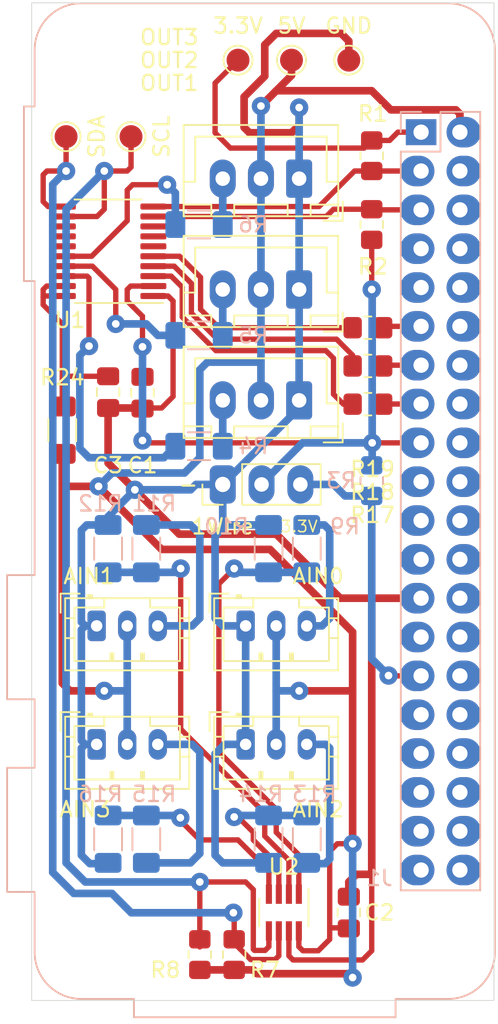
<source format=kicad_pcb>
(kicad_pcb (version 20171130) (host pcbnew 5.1.9)

  (general
    (thickness 1.6)
    (drawings 7)
    (tracks 350)
    (zones 0)
    (modules 39)
    (nets 66)
  )

  (page A4)
  (layers
    (0 F.Cu signal)
    (31 B.Cu signal)
    (32 B.Adhes user hide)
    (33 F.Adhes user hide)
    (34 B.Paste user hide)
    (35 F.Paste user hide)
    (36 B.SilkS user)
    (37 F.SilkS user)
    (38 B.Mask user)
    (39 F.Mask user)
    (40 Dwgs.User user hide)
    (41 Cmts.User user hide)
    (42 Eco1.User user hide)
    (43 Eco2.User user hide)
    (44 Edge.Cuts user)
    (45 Margin user hide)
    (46 B.CrtYd user)
    (47 F.CrtYd user)
    (48 B.Fab user)
    (49 F.Fab user)
  )

  (setup
    (last_trace_width 0.35)
    (user_trace_width 0.35)
    (user_trace_width 0.5)
    (trace_clearance 0.25)
    (zone_clearance 0.508)
    (zone_45_only no)
    (trace_min 0.35)
    (via_size 1.2)
    (via_drill 0.5)
    (via_min_size 0.4)
    (via_min_drill 0.3)
    (uvia_size 0.3)
    (uvia_drill 0.1)
    (uvias_allowed no)
    (uvia_min_size 0.2)
    (uvia_min_drill 0.1)
    (edge_width 0.05)
    (segment_width 0.2)
    (pcb_text_width 0.3)
    (pcb_text_size 1.5 1.5)
    (mod_edge_width 0.12)
    (mod_text_size 1 1)
    (mod_text_width 0.15)
    (pad_size 1.5 1.5)
    (pad_drill 0)
    (pad_to_mask_clearance 0)
    (aux_axis_origin 162.25 149.5)
    (visible_elements FFFFFF7F)
    (pcbplotparams
      (layerselection 0x01000_ffffffff)
      (usegerberextensions false)
      (usegerberattributes true)
      (usegerberadvancedattributes true)
      (creategerberjobfile true)
      (excludeedgelayer false)
      (linewidth 0.100000)
      (plotframeref false)
      (viasonmask false)
      (mode 1)
      (useauxorigin false)
      (hpglpennumber 1)
      (hpglpenspeed 20)
      (hpglpendiameter 15.000000)
      (psnegative false)
      (psa4output false)
      (plotreference false)
      (plotvalue false)
      (plotinvisibletext false)
      (padsonsilk false)
      (subtractmaskfromsilk false)
      (outputformat 5)
      (mirror false)
      (drillshape 2)
      (scaleselection 1)
      (outputdirectory "./output/"))
  )

  (net 0 "")
  (net 1 GND)
  (net 2 +3V3)
  (net 3 +5V)
  (net 4 "Net-(J1-Pad40)")
  (net 5 "Net-(J1-Pad39)")
  (net 6 "Net-(J1-Pad26)")
  (net 7 "Net-(J1-Pad22)")
  (net 8 "Net-(J1-Pad21)")
  (net 9 "Net-(J1-Pad30)")
  (net 10 "Net-(J1-Pad8)")
  (net 11 "Net-(J1-Pad7)")
  (net 12 "Net-(J1-Pad32)")
  (net 13 "Net-(J1-Pad31)")
  (net 14 "Net-(J1-Pad18)")
  (net 15 "Net-(J1-Pad36)")
  (net 16 "Net-(J1-Pad35)")
  (net 17 "Net-(J1-Pad34)")
  (net 18 "Net-(J1-Pad33)")
  (net 19 "Net-(J1-Pad38)")
  (net 20 "Net-(J1-Pad37)")
  (net 21 "Net-(J1-Pad20)")
  (net 22 "Net-(J1-Pad19)")
  (net 23 "Net-(J1-Pad10)")
  (net 24 "Net-(J1-Pad9)")
  (net 25 "Net-(J1-Pad14)")
  (net 26 OUT2)
  (net 27 "Net-(J1-Pad28)")
  (net 28 "Net-(J1-Pad27)")
  (net 29 "Net-(J1-Pad12)")
  (net 30 OUT1)
  (net 31 "Net-(J1-Pad24)")
  (net 32 "Net-(J1-Pad23)")
  (net 33 SCL)
  (net 34 "Net-(J1-Pad4)")
  (net 35 "Net-(J1-Pad16)")
  (net 36 OUT3)
  (net 37 SDA)
  (net 38 "Net-(J2-Pad3)")
  (net 39 "Net-(J3-Pad3)")
  (net 40 "Net-(J4-Pad3)")
  (net 41 "Net-(J5-Pad3)")
  (net 42 "Net-(J6-Pad3)")
  (net 43 "Net-(J7-Pad3)")
  (net 44 "Net-(J8-Pad3)")
  (net 45 "Net-(R4-Pad2)")
  (net 46 "Net-(R5-Pad2)")
  (net 47 "Net-(R6-Pad2)")
  (net 48 SDA_5V)
  (net 49 SCL_5V)
  (net 50 "Net-(R10-Pad1)")
  (net 51 "Net-(R11-Pad2)")
  (net 52 "Net-(R13-Pad2)")
  (net 53 "Net-(R15-Pad2)")
  (net 54 "Net-(U1-Pad15)")
  (net 55 "Net-(U1-Pad14)")
  (net 56 "Net-(U1-Pad13)")
  (net 57 "Net-(U1-Pad8)")
  (net 58 "Net-(U1-Pad7)")
  (net 59 "Net-(U1-Pad6)")
  (net 60 "Net-(J1-Pad6)")
  (net 61 "Net-(R17-Pad1)")
  (net 62 "Net-(R18-Pad1)")
  (net 63 "Net-(R19-Pad1)")
  (net 64 "Net-(C3-Pad1)")
  (net 65 1Wire)

  (net_class Default "This is the default net class."
    (clearance 0.25)
    (trace_width 0.35)
    (via_dia 1.2)
    (via_drill 0.5)
    (uvia_dia 0.3)
    (uvia_drill 0.1)
    (diff_pair_width 0.35)
    (diff_pair_gap 0.25)
    (add_net +3V3)
    (add_net 1Wire)
    (add_net "Net-(C3-Pad1)")
    (add_net "Net-(J1-Pad10)")
    (add_net "Net-(J1-Pad12)")
    (add_net "Net-(J1-Pad14)")
    (add_net "Net-(J1-Pad16)")
    (add_net "Net-(J1-Pad18)")
    (add_net "Net-(J1-Pad19)")
    (add_net "Net-(J1-Pad20)")
    (add_net "Net-(J1-Pad21)")
    (add_net "Net-(J1-Pad22)")
    (add_net "Net-(J1-Pad23)")
    (add_net "Net-(J1-Pad24)")
    (add_net "Net-(J1-Pad26)")
    (add_net "Net-(J1-Pad27)")
    (add_net "Net-(J1-Pad28)")
    (add_net "Net-(J1-Pad30)")
    (add_net "Net-(J1-Pad31)")
    (add_net "Net-(J1-Pad32)")
    (add_net "Net-(J1-Pad33)")
    (add_net "Net-(J1-Pad34)")
    (add_net "Net-(J1-Pad35)")
    (add_net "Net-(J1-Pad36)")
    (add_net "Net-(J1-Pad37)")
    (add_net "Net-(J1-Pad38)")
    (add_net "Net-(J1-Pad39)")
    (add_net "Net-(J1-Pad4)")
    (add_net "Net-(J1-Pad40)")
    (add_net "Net-(J1-Pad6)")
    (add_net "Net-(J1-Pad7)")
    (add_net "Net-(J1-Pad8)")
    (add_net "Net-(J1-Pad9)")
    (add_net "Net-(J2-Pad3)")
    (add_net "Net-(J3-Pad3)")
    (add_net "Net-(J4-Pad3)")
    (add_net "Net-(J5-Pad3)")
    (add_net "Net-(J6-Pad3)")
    (add_net "Net-(J7-Pad3)")
    (add_net "Net-(J8-Pad3)")
    (add_net "Net-(R10-Pad1)")
    (add_net "Net-(R11-Pad2)")
    (add_net "Net-(R13-Pad2)")
    (add_net "Net-(R15-Pad2)")
    (add_net "Net-(R17-Pad1)")
    (add_net "Net-(R18-Pad1)")
    (add_net "Net-(R19-Pad1)")
    (add_net "Net-(R4-Pad2)")
    (add_net "Net-(R5-Pad2)")
    (add_net "Net-(R6-Pad2)")
    (add_net "Net-(U1-Pad13)")
    (add_net "Net-(U1-Pad14)")
    (add_net "Net-(U1-Pad15)")
    (add_net "Net-(U1-Pad6)")
    (add_net "Net-(U1-Pad7)")
    (add_net "Net-(U1-Pad8)")
    (add_net OUT1)
    (add_net OUT2)
    (add_net OUT3)
    (add_net SCL)
    (add_net SCL_5V)
    (add_net SDA)
    (add_net SDA_5V)
  )

  (net_class Power ""
    (clearance 0.25)
    (trace_width 0.5)
    (via_dia 1.2)
    (via_drill 0.5)
    (uvia_dia 0.3)
    (uvia_drill 0.1)
    (diff_pair_width 0.35)
    (diff_pair_gap 0.25)
    (add_net +5V)
    (add_net GND)
  )

  (module TestPoint:TestPoint_Pad_D1.5mm (layer F.Cu) (tedit 5FEE3D44) (tstamp 5FEEEDF1)
    (at 152.75 88)
    (descr "SMD pad as test Point, diameter 1.5mm")
    (tags "test point SMD pad")
    (attr virtual)
    (fp_text reference GND (at 0 -2.25) (layer F.SilkS)
      (effects (font (size 1 1) (thickness 0.15)))
    )
    (fp_text value TestPoint_Pad_D1.5mm (at 0 1.75) (layer F.Fab) hide
      (effects (font (size 1 1) (thickness 0.15)))
    )
    (fp_text user %R (at 0 -1.65) (layer F.Fab) hide
      (effects (font (size 1 1) (thickness 0.15)))
    )
    (fp_circle (center 0 0) (end 1.25 0) (layer F.CrtYd) (width 0.05))
    (fp_circle (center 0 0) (end 0 0.95) (layer F.SilkS) (width 0.12))
    (pad "" smd circle (at 0 0) (size 1.5 1.5) (layers F.Cu F.Mask)
      (net 1 GND))
  )

  (module TestPoint:TestPoint_Pad_D1.5mm (layer F.Cu) (tedit 5FEE3D3C) (tstamp 5FEEEF77)
    (at 145.5 88)
    (descr "SMD pad as test Point, diameter 1.5mm")
    (tags "test point SMD pad")
    (attr virtual)
    (fp_text reference 3.3V (at 0 -2.25) (layer F.SilkS)
      (effects (font (size 1 1) (thickness 0.15)))
    )
    (fp_text value TestPoint_Pad_D1.5mm (at 0 1.75) (layer F.Fab) hide
      (effects (font (size 1 1) (thickness 0.15)))
    )
    (fp_text user %R (at 0 -1.65) (layer F.Fab) hide
      (effects (font (size 1 1) (thickness 0.15)))
    )
    (fp_circle (center 0 0) (end 1.25 0) (layer F.CrtYd) (width 0.05))
    (fp_circle (center 0 0) (end 0 0.95) (layer F.SilkS) (width 0.12))
    (pad "" smd circle (at 0 0) (size 1.5 1.5) (layers F.Cu F.Mask)
      (net 2 +3V3))
  )

  (module TestPoint:TestPoint_Pad_D1.5mm (layer F.Cu) (tedit 5FEE3D07) (tstamp 5FEEEC1E)
    (at 149 88)
    (descr "SMD pad as test Point, diameter 1.5mm")
    (tags "test point SMD pad")
    (attr virtual)
    (fp_text reference 5V (at 0 -2.25 180) (layer F.SilkS)
      (effects (font (size 1 1) (thickness 0.15)))
    )
    (fp_text value TestPoint_Pad_D1.5mm (at 0 1.75) (layer F.Fab) hide
      (effects (font (size 1 1) (thickness 0.15)))
    )
    (fp_text user %R (at 0 -1.65) (layer F.Fab) hide
      (effects (font (size 1 1) (thickness 0.15)))
    )
    (fp_circle (center 0 0) (end 1.25 0) (layer F.CrtYd) (width 0.05))
    (fp_circle (center 0 0) (end 0 0.95) (layer F.SilkS) (width 0.12))
    (pad "" smd circle (at 0 0) (size 1.5 1.5) (layers F.Cu F.Mask)
      (net 3 +5V))
  )

  (module Resistor_SMD:R_0805_2012Metric_Pad1.20x1.40mm_HandSolder (layer B.Cu) (tedit 5F68FEEE) (tstamp 5FEE49E0)
    (at 154.25 115.5 270)
    (descr "Resistor SMD 0805 (2012 Metric), square (rectangular) end terminal, IPC_7351 nominal with elongated pad for handsoldering. (Body size source: IPC-SM-782 page 72, https://www.pcb-3d.com/wordpress/wp-content/uploads/ipc-sm-782a_amendment_1_and_2.pdf), generated with kicad-footprint-generator")
    (tags "resistor handsolder")
    (path /5FF119F7)
    (attr smd)
    (fp_text reference R3 (at 0 2) (layer B.SilkS)
      (effects (font (size 1 1) (thickness 0.15)) (justify mirror))
    )
    (fp_text value 4.7k (at 0 -1.65 270) (layer B.Fab)
      (effects (font (size 1 1) (thickness 0.15)) (justify mirror))
    )
    (fp_text user %R (at 0 0 270) (layer B.Fab)
      (effects (font (size 0.5 0.5) (thickness 0.08)) (justify mirror))
    )
    (fp_line (start -1 -0.625) (end -1 0.625) (layer B.Fab) (width 0.1))
    (fp_line (start -1 0.625) (end 1 0.625) (layer B.Fab) (width 0.1))
    (fp_line (start 1 0.625) (end 1 -0.625) (layer B.Fab) (width 0.1))
    (fp_line (start 1 -0.625) (end -1 -0.625) (layer B.Fab) (width 0.1))
    (fp_line (start -0.227064 0.735) (end 0.227064 0.735) (layer B.SilkS) (width 0.12))
    (fp_line (start -0.227064 -0.735) (end 0.227064 -0.735) (layer B.SilkS) (width 0.12))
    (fp_line (start -1.85 -0.95) (end -1.85 0.95) (layer B.CrtYd) (width 0.05))
    (fp_line (start -1.85 0.95) (end 1.85 0.95) (layer B.CrtYd) (width 0.05))
    (fp_line (start 1.85 0.95) (end 1.85 -0.95) (layer B.CrtYd) (width 0.05))
    (fp_line (start 1.85 -0.95) (end -1.85 -0.95) (layer B.CrtYd) (width 0.05))
    (pad 2 smd roundrect (at 1 0 270) (size 1.2 1.4) (layers B.Cu B.Paste B.Mask) (roundrect_rratio 0.208333)
      (net 65 1Wire))
    (pad 1 smd roundrect (at -1 0 270) (size 1.2 1.4) (layers B.Cu B.Paste B.Mask) (roundrect_rratio 0.208333)
      (net 2 +3V3))
    (model ${KISYS3DMOD}/Resistor_SMD.3dshapes/R_0805_2012Metric.wrl
      (at (xyz 0 0 0))
      (scale (xyz 1 1 1))
      (rotate (xyz 0 0 0))
    )
  )

  (module Connector_PinHeader_2.54mm:PinHeader_1x03_P2.54mm_Vertical (layer F.Cu) (tedit 5FEE3BDC) (tstamp 5FEE9119)
    (at 144.5 115.75 90)
    (descr "Through hole straight pin header, 1x03, 2.54mm pitch, single row")
    (tags "Through hole pin header THT 1x03 2.54mm single row")
    (path /5FEE9913)
    (fp_text reference J9 (at 0 -2.33 90) (layer F.SilkS) hide
      (effects (font (size 1 1) (thickness 0.15)))
    )
    (fp_text value 1Wire (at -2.75 0 180) (layer F.SilkS)
      (effects (font (size 1 1) (thickness 0.15)))
    )
    (fp_text user %R (at 0 2.54) (layer F.Fab) hide
      (effects (font (size 1 1) (thickness 0.15)))
    )
    (fp_line (start -0.635 -1.27) (end 1.27 -1.27) (layer F.Fab) (width 0.1))
    (fp_line (start 1.27 -1.27) (end 1.27 6.35) (layer F.Fab) (width 0.1))
    (fp_line (start 1.27 6.35) (end -1.27 6.35) (layer F.Fab) (width 0.1))
    (fp_line (start -1.27 6.35) (end -1.27 -0.635) (layer F.Fab) (width 0.1))
    (fp_line (start -1.27 -0.635) (end -0.635 -1.27) (layer F.Fab) (width 0.1))
    (fp_line (start -1.33 6.41) (end 1.33 6.41) (layer F.SilkS) (width 0.12))
    (fp_line (start -1.33 1.27) (end -1.33 6.41) (layer F.SilkS) (width 0.12))
    (fp_line (start 1.33 1.27) (end 1.33 6.41) (layer F.SilkS) (width 0.12))
    (fp_line (start -1.33 1.27) (end 1.33 1.27) (layer F.SilkS) (width 0.12))
    (fp_line (start -1.33 0) (end -1.33 -1.33) (layer F.SilkS) (width 0.12))
    (fp_line (start -1.33 -1.33) (end 0 -1.33) (layer F.SilkS) (width 0.12))
    (fp_line (start -1.8 -1.8) (end -1.8 6.85) (layer F.CrtYd) (width 0.05))
    (fp_line (start -1.8 6.85) (end 1.8 6.85) (layer F.CrtYd) (width 0.05))
    (fp_line (start 1.8 6.85) (end 1.8 -1.8) (layer F.CrtYd) (width 0.05))
    (fp_line (start 1.8 -1.8) (end -1.8 -1.8) (layer F.CrtYd) (width 0.05))
    (fp_text user - (at 0 -2.25 180) (layer F.SilkS)
      (effects (font (size 1 1) (thickness 0.15)))
    )
    (fp_text user 3.3V (at -2.75 5 180) (layer F.SilkS)
      (effects (font (size 0.75 0.75) (thickness 0.1)))
    )
    (pad 3 thru_hole oval (at 0 5.08 90) (size 2.5 1.7) (drill 0.95) (layers *.Cu *.Mask)
      (net 65 1Wire))
    (pad 2 thru_hole oval (at 0 2.54 90) (size 2.5 1.7) (drill 0.95) (layers *.Cu *.Mask)
      (net 2 +3V3))
    (pad 1 thru_hole roundrect (at 0 0 90) (size 2.5 1.7) (drill 1) (layers *.Cu *.Mask) (roundrect_rratio 0.25)
      (net 1 GND))
    (model ${KISYS3DMOD}/Connector_PinHeader_2.54mm.3dshapes/PinHeader_1x03_P2.54mm_Vertical.wrl
      (at (xyz 0 0 0))
      (scale (xyz 1 1 1))
      (rotate (xyz 0 0 0))
    )
  )

  (module TestPoint:TestPoint_Pad_D1.5mm (layer F.Cu) (tedit 5FEBA25D) (tstamp 5FECDD01)
    (at 138.5 93)
    (descr "SMD pad as test Point, diameter 1.5mm")
    (tags "test point SMD pad")
    (attr virtual)
    (fp_text reference SCL (at 2 0 90) (layer F.SilkS)
      (effects (font (size 1 1) (thickness 0.15)))
    )
    (fp_text value TestPoint_Pad_D1.5mm (at 0 1.75) (layer F.Fab) hide
      (effects (font (size 1 1) (thickness 0.15)))
    )
    (fp_circle (center 0 0) (end 0 0.95) (layer F.SilkS) (width 0.12))
    (fp_circle (center 0 0) (end 1.25 0) (layer F.CrtYd) (width 0.05))
    (fp_text user %R (at 0 -1.65) (layer F.Fab) hide
      (effects (font (size 1 1) (thickness 0.15)))
    )
    (pad "" smd circle (at 0 0) (size 1.5 1.5) (layers F.Cu F.Mask)
      (net 49 SCL_5V))
  )

  (module TestPoint:TestPoint_Pad_D1.5mm (layer F.Cu) (tedit 5FEBA256) (tstamp 5FECDCE4)
    (at 134.25 93)
    (descr "SMD pad as test Point, diameter 1.5mm")
    (tags "test point SMD pad")
    (attr virtual)
    (fp_text reference SDA (at 2 0 90) (layer F.SilkS)
      (effects (font (size 1 1) (thickness 0.15)))
    )
    (fp_text value TestPoint_Pad_D1.5mm (at 0 1.75) (layer F.Fab) hide
      (effects (font (size 1 1) (thickness 0.15)))
    )
    (fp_circle (center 0 0) (end 0 0.95) (layer F.SilkS) (width 0.12))
    (fp_circle (center 0 0) (end 1.25 0) (layer F.CrtYd) (width 0.05))
    (fp_text user %R (at 0 -1.65) (layer F.Fab) hide
      (effects (font (size 1 1) (thickness 0.15)))
    )
    (pad "" smd circle (at 0 0) (size 1.5 1.5) (layers F.Cu F.Mask)
      (net 48 SDA_5V))
  )

  (module Module:Raspberry_Pi_Zero_Socketed_THT_FaceDown_MountingHoles (layer B.Cu) (tedit 5FE91971) (tstamp 5FE90F8F)
    (at 157.48 92.71 180)
    (descr "Raspberry Pi Zero using through hole straight pin socket, 2x20, 2.54mm pitch, https://www.raspberrypi.org/documentation/hardware/raspberrypi/mechanical/rpi_MECH_Zero_1p2.pdf")
    (tags "raspberry pi zero through hole")
    (path /5FE8F90C)
    (fp_text reference J1 (at 2.73 -48.79 180) (layer B.SilkS)
      (effects (font (size 1 1) (thickness 0.15)) (justify mirror))
    )
    (fp_text value Raspberry_Pi_2_3 (at 10.23 -24.13 90) (layer B.Fab) hide
      (effects (font (size 1 1) (thickness 0.15)) (justify mirror))
    )
    (fp_line (start 27.03 -41.63) (end 25.23 -41.63) (layer B.Fab) (width 0.1))
    (fp_line (start 27.03 -49.63) (end 27.03 -41.63) (layer B.Fab) (width 0.1))
    (fp_line (start 25.23 -49.63) (end 27.03 -49.63) (layer B.Fab) (width 0.1))
    (fp_line (start 25.23 1.62) (end 25.23 5.37) (layer B.Fab) (width 0.1))
    (fp_line (start 25.93 -9.68) (end 25.93 1.62) (layer B.Fab) (width 0.1))
    (fp_line (start 25.23 -9.68) (end 25.93 -9.68) (layer B.Fab) (width 0.1))
    (fp_line (start 25.23 1.62) (end 25.93 1.62) (layer B.Fab) (width 0.1))
    (fp_line (start 19.23 -56.88) (end 25.48 -56.88) (layer B.CrtYd) (width 0.05))
    (fp_line (start -5.02 -56.88) (end 1.23 -56.88) (layer B.CrtYd) (width 0.05))
    (fp_line (start 25.48 -50.13) (end 25.48 -56.88) (layer B.CrtYd) (width 0.05))
    (fp_line (start 25.48 -37.53) (end 25.48 -41.13) (layer B.CrtYd) (width 0.05))
    (fp_line (start 25.48 2.12) (end 25.48 8.62) (layer B.CrtYd) (width 0.05))
    (fp_line (start -5.02 8.62) (end 25.48 8.62) (layer B.CrtYd) (width 0.05))
    (fp_line (start 25.48 -28.53) (end 25.48 -10.18) (layer B.CrtYd) (width 0.05))
    (fp_line (start -5.02 -56.88) (end -5.02 8.62) (layer B.CrtYd) (width 0.05))
    (fp_line (start 19.23 -58.33) (end 1.23 -58.33) (layer B.CrtYd) (width 0.05))
    (fp_line (start 19.23 -58.33) (end 19.23 -56.88) (layer B.CrtYd) (width 0.05))
    (fp_line (start 1.23 -58.33) (end 1.23 -56.88) (layer B.CrtYd) (width 0.05))
    (fp_line (start 26.43 2.12) (end 26.43 -10.18) (layer B.CrtYd) (width 0.05))
    (fp_line (start 26.43 2.12) (end 25.48 2.12) (layer B.CrtYd) (width 0.05))
    (fp_line (start 26.43 -10.18) (end 25.48 -10.18) (layer B.CrtYd) (width 0.05))
    (fp_line (start 27.53 -28.53) (end 25.48 -28.53) (layer B.CrtYd) (width 0.05))
    (fp_line (start 27.53 -37.53) (end 27.53 -28.53) (layer B.CrtYd) (width 0.05))
    (fp_line (start 27.53 -37.53) (end 25.48 -37.53) (layer B.CrtYd) (width 0.05))
    (fp_line (start 27.53 -50.13) (end 27.53 -41.13) (layer B.CrtYd) (width 0.05))
    (fp_line (start 27.53 -41.13) (end 25.48 -41.13) (layer B.CrtYd) (width 0.05))
    (fp_line (start 27.53 -50.13) (end 25.48 -50.13) (layer B.CrtYd) (width 0.05))
    (fp_line (start -4.83 -53.63) (end -4.83 5.37) (layer B.SilkS) (width 0.12))
    (fp_line (start -1.77 8.43) (end 22.23 8.43) (layer B.SilkS) (width 0.12))
    (fp_line (start 25.29 -53.63) (end 25.29 -49.69) (layer B.SilkS) (width 0.12))
    (fp_line (start 18.79 -56.69) (end 22.23 -56.69) (layer B.SilkS) (width 0.12))
    (fp_line (start 1.27 0.27) (end 1.27 -49.53) (layer B.Fab) (width 0.1))
    (fp_line (start -3.81 1.27) (end 0.27 1.27) (layer B.Fab) (width 0.1))
    (fp_line (start 0.27 1.27) (end 1.27 0.27) (layer B.Fab) (width 0.1))
    (fp_line (start -3.87 -49.59) (end 1.33 -49.59) (layer B.SilkS) (width 0.12))
    (fp_line (start 1.33 -1.27) (end 1.33 -49.59) (layer B.SilkS) (width 0.12))
    (fp_line (start 1.33 1.33) (end 1.33 0) (layer B.SilkS) (width 0.12))
    (fp_line (start 0 1.33) (end 1.33 1.33) (layer B.SilkS) (width 0.12))
    (fp_line (start -1.27 -1.27) (end 1.33 -1.27) (layer B.SilkS) (width 0.12))
    (fp_line (start -1.27 1.33) (end -1.27 -1.27) (layer B.SilkS) (width 0.12))
    (fp_line (start 1.76 -50) (end -4.34 -50) (layer B.CrtYd) (width 0.05))
    (fp_line (start -4.34 -50) (end -4.34 1.8) (layer B.CrtYd) (width 0.05))
    (fp_line (start -4.34 1.8) (end 1.76 1.8) (layer B.CrtYd) (width 0.05))
    (fp_line (start 1.76 1.8) (end 1.76 -50) (layer B.CrtYd) (width 0.05))
    (fp_line (start -3.87 1.33) (end -1.27 1.33) (layer B.SilkS) (width 0.12))
    (fp_line (start -3.87 1.33) (end -3.87 -49.59) (layer B.SilkS) (width 0.12))
    (fp_line (start 1.27 -49.53) (end -3.81 -49.53) (layer B.Fab) (width 0.1))
    (fp_line (start -3.81 -49.53) (end -3.81 1.27) (layer B.Fab) (width 0.1))
    (fp_line (start -1.77 -56.63) (end 1.73 -56.63) (layer B.Fab) (width 0.1))
    (fp_line (start -1.77 8.37) (end 22.23 8.37) (layer B.Fab) (width 0.1))
    (fp_line (start -4.77 -53.63) (end -4.77 5.37) (layer B.Fab) (width 0.1))
    (fp_line (start 27.03 -29.03) (end 25.23 -29.03) (layer B.Fab) (width 0.1))
    (fp_line (start 25.23 -37.03) (end 27.03 -37.03) (layer B.Fab) (width 0.1))
    (fp_line (start 27.03 -37.03) (end 27.03 -29.03) (layer B.Fab) (width 0.1))
    (fp_line (start 25.23 -49.63) (end 25.23 -53.63) (layer B.Fab) (width 0.1))
    (fp_line (start 25.23 -41.63) (end 25.23 -37.03) (layer B.Fab) (width 0.1))
    (fp_line (start 25.23 -29.03) (end 25.23 -9.68) (layer B.Fab) (width 0.1))
    (fp_line (start 1.73 -56.63) (end 1.73 -57.83) (layer B.Fab) (width 0.1))
    (fp_line (start 1.73 -57.83) (end 18.73 -57.83) (layer B.Fab) (width 0.1))
    (fp_line (start 18.73 -56.63) (end 18.73 -57.83) (layer B.Fab) (width 0.1))
    (fp_line (start 22.23 -56.63) (end 18.73 -56.63) (layer B.Fab) (width 0.1))
    (fp_line (start 1.67 -56.69) (end 1.67 -57.89) (layer B.SilkS) (width 0.12))
    (fp_line (start 1.67 -57.89) (end 18.79 -57.89) (layer B.SilkS) (width 0.12))
    (fp_line (start 18.79 -57.89) (end 18.79 -56.69) (layer B.SilkS) (width 0.12))
    (fp_line (start 1.67 -56.69) (end -1.77 -56.69) (layer B.SilkS) (width 0.12))
    (fp_line (start 25.29 -49.69) (end 27.09 -49.69) (layer B.SilkS) (width 0.12))
    (fp_line (start 27.09 -49.69) (end 27.09 -41.57) (layer B.SilkS) (width 0.12))
    (fp_line (start 27.09 -41.57) (end 25.29 -41.57) (layer B.SilkS) (width 0.12))
    (fp_line (start 25.29 -37.09) (end 27.09 -37.09) (layer B.SilkS) (width 0.12))
    (fp_line (start 27.09 -28.97) (end 25.29 -28.97) (layer B.SilkS) (width 0.12))
    (fp_line (start 27.09 -37.09) (end 27.09 -28.97) (layer B.SilkS) (width 0.12))
    (fp_line (start 25.29 -41.57) (end 25.29 -37.09) (layer B.SilkS) (width 0.12))
    (fp_line (start 25.29 -28.97) (end 25.29 -9.74) (layer B.SilkS) (width 0.12))
    (fp_line (start 25.29 -9.74) (end 25.99 -9.74) (layer B.SilkS) (width 0.12))
    (fp_line (start 25.99 -9.74) (end 25.99 1.68) (layer B.SilkS) (width 0.12))
    (fp_line (start 25.99 1.68) (end 25.29 1.68) (layer B.SilkS) (width 0.12))
    (fp_line (start 25.29 1.68) (end 25.29 5.37) (layer B.SilkS) (width 0.12))
    (fp_text user %R (at -1.27 -24.13 270) (layer B.Fab) hide
      (effects (font (size 1 1) (thickness 0.15)) (justify mirror))
    )
    (fp_arc (start -1.77 -53.63) (end -1.77 -56.63) (angle -90) (layer B.Fab) (width 0.1))
    (fp_arc (start -1.77 5.37) (end -4.77 5.37) (angle -90) (layer B.Fab) (width 0.1))
    (fp_arc (start 22.23 5.37) (end 22.23 8.37) (angle -90) (layer B.Fab) (width 0.1))
    (fp_arc (start 22.23 -53.63) (end 25.29 -53.63) (angle -90) (layer B.SilkS) (width 0.12))
    (fp_arc (start -1.77 -53.63) (end -1.77 -56.69) (angle -90) (layer B.SilkS) (width 0.12))
    (fp_arc (start -1.77 5.37) (end -4.83 5.37) (angle -90) (layer B.SilkS) (width 0.12))
    (fp_arc (start 22.23 -53.63) (end 25.23 -53.63) (angle -90) (layer B.Fab) (width 0.1))
    (fp_arc (start 22.23 5.37) (end 22.23 8.43) (angle -90) (layer B.SilkS) (width 0.12))
    (pad "" np_thru_hole circle (at -1.27 -53.13 90) (size 2.75 2.75) (drill 2.75) (layers *.Cu *.Mask)
      (solder_mask_margin 1.625))
    (pad "" np_thru_hole circle (at 21.73 4.87 90) (size 2.75 2.75) (drill 2.75) (layers *.Cu *.Mask)
      (solder_mask_margin 1.625))
    (pad "" np_thru_hole circle (at 21.73 -53.13 90) (size 2.75 2.75) (drill 2.75) (layers *.Cu *.Mask)
      (solder_mask_margin 1.625))
    (pad "" np_thru_hole circle (at -1.27 4.87 90) (size 2.75 2.75) (drill 2.75) (layers *.Cu *.Mask)
      (solder_mask_margin 1.625))
    (pad 40 thru_hole oval (at -2.54 -48.26 180) (size 2.25 2) (drill 1 (offset -0.25 0)) (layers *.Cu *.Mask)
      (net 4 "Net-(J1-Pad40)"))
    (pad 39 thru_hole oval (at 0 -48.26 180) (size 2.25 2) (drill 1 (offset 0.25 0)) (layers *.Cu *.Mask)
      (net 5 "Net-(J1-Pad39)"))
    (pad 26 thru_hole oval (at -2.54 -30.48 180) (size 2.25 2) (drill 1 (offset -0.25 0)) (layers *.Cu *.Mask)
      (net 6 "Net-(J1-Pad26)"))
    (pad 25 thru_hole oval (at 0 -30.48 180) (size 2.25 2) (drill 1 (offset 0.25 0)) (layers *.Cu *.Mask)
      (net 1 GND))
    (pad 22 thru_hole oval (at -2.54 -25.4 180) (size 2.25 2) (drill 1 (offset -0.25 0)) (layers *.Cu *.Mask)
      (net 7 "Net-(J1-Pad22)"))
    (pad 21 thru_hole oval (at 0 -25.4 180) (size 2.25 2) (drill 1 (offset 0.25 0)) (layers *.Cu *.Mask)
      (net 8 "Net-(J1-Pad21)"))
    (pad 30 thru_hole oval (at -2.54 -35.56 180) (size 2.25 2) (drill 1 (offset -0.25 0)) (layers *.Cu *.Mask)
      (net 9 "Net-(J1-Pad30)"))
    (pad 29 thru_hole oval (at 0 -35.56 180) (size 2.25 2) (drill 1 (offset 0.25 0)) (layers *.Cu *.Mask)
      (net 65 1Wire))
    (pad 8 thru_hole oval (at -2.54 -7.62 180) (size 2.25 2) (drill 1 (offset -0.25 0)) (layers *.Cu *.Mask)
      (net 10 "Net-(J1-Pad8)"))
    (pad 7 thru_hole oval (at 0 -7.62 180) (size 2.25 2) (drill 1 (offset 0.25 0)) (layers *.Cu *.Mask)
      (net 11 "Net-(J1-Pad7)"))
    (pad 32 thru_hole oval (at -2.54 -38.1 180) (size 2.25 2) (drill 1 (offset -0.25 0)) (layers *.Cu *.Mask)
      (net 12 "Net-(J1-Pad32)"))
    (pad 31 thru_hole oval (at 0 -38.1 180) (size 2.25 2) (drill 1 (offset 0.25 0)) (layers *.Cu *.Mask)
      (net 13 "Net-(J1-Pad31)"))
    (pad 18 thru_hole oval (at -2.54 -20.32 180) (size 2.25 2) (drill 1 (offset -0.25 0)) (layers *.Cu *.Mask)
      (net 14 "Net-(J1-Pad18)"))
    (pad 17 thru_hole oval (at 0 -20.32 180) (size 2.25 2) (drill 1 (offset 0.25 0)) (layers *.Cu *.Mask)
      (net 2 +3V3))
    (pad 36 thru_hole oval (at -2.54 -43.18 180) (size 2.25 2) (drill 1 (offset -0.25 0)) (layers *.Cu *.Mask)
      (net 15 "Net-(J1-Pad36)"))
    (pad 35 thru_hole oval (at 0 -43.18 180) (size 2.25 2) (drill 1 (offset 0.25 0)) (layers *.Cu *.Mask)
      (net 16 "Net-(J1-Pad35)"))
    (pad 34 thru_hole oval (at -2.54 -40.64 180) (size 2.25 2) (drill 1 (offset -0.25 0)) (layers *.Cu *.Mask)
      (net 17 "Net-(J1-Pad34)"))
    (pad 33 thru_hole oval (at 0 -40.64 180) (size 2.25 2) (drill 1 (offset 0.25 0)) (layers *.Cu *.Mask)
      (net 18 "Net-(J1-Pad33)"))
    (pad 38 thru_hole oval (at -2.54 -45.72 180) (size 2.25 2) (drill 1 (offset -0.25 0)) (layers *.Cu *.Mask)
      (net 19 "Net-(J1-Pad38)"))
    (pad 37 thru_hole oval (at 0 -45.72 180) (size 2.25 2) (drill 1 (offset 0.25 0)) (layers *.Cu *.Mask)
      (net 20 "Net-(J1-Pad37)"))
    (pad 20 thru_hole oval (at -2.54 -22.86 180) (size 2.25 2) (drill 1 (offset -0.25 0)) (layers *.Cu *.Mask)
      (net 21 "Net-(J1-Pad20)"))
    (pad 19 thru_hole oval (at 0 -22.86 180) (size 2.25 2) (drill 1 (offset 0.25 0)) (layers *.Cu *.Mask)
      (net 22 "Net-(J1-Pad19)"))
    (pad 10 thru_hole oval (at -2.54 -10.16 180) (size 2.25 2) (drill 1 (offset -0.25 0)) (layers *.Cu *.Mask)
      (net 23 "Net-(J1-Pad10)"))
    (pad 9 thru_hole oval (at 0 -10.16 180) (size 2.25 2) (drill 1 (offset 0.25 0)) (layers *.Cu *.Mask)
      (net 24 "Net-(J1-Pad9)"))
    (pad 14 thru_hole oval (at -2.54 -15.24 180) (size 2.25 2) (drill 1 (offset -0.25 0)) (layers *.Cu *.Mask)
      (net 25 "Net-(J1-Pad14)"))
    (pad 13 thru_hole oval (at 0 -15.24 180) (size 2.25 2) (drill 1 (offset 0.25 0)) (layers *.Cu *.Mask)
      (net 26 OUT2))
    (pad 28 thru_hole oval (at -2.54 -33.02 180) (size 2.25 2) (drill 1 (offset -0.25 0)) (layers *.Cu *.Mask)
      (net 27 "Net-(J1-Pad28)"))
    (pad 27 thru_hole oval (at 0 -33.02 180) (size 2.25 2) (drill 1 (offset 0.25 0)) (layers *.Cu *.Mask)
      (net 28 "Net-(J1-Pad27)"))
    (pad 12 thru_hole oval (at -2.54 -12.7 180) (size 2.25 2) (drill 1 (offset -0.25 0)) (layers *.Cu *.Mask)
      (net 29 "Net-(J1-Pad12)"))
    (pad 11 thru_hole oval (at 0 -12.7 180) (size 2.25 2) (drill 1 (offset 0.25 0)) (layers *.Cu *.Mask)
      (net 36 OUT3))
    (pad 24 thru_hole oval (at -2.54 -27.94 180) (size 2.25 2) (drill 1 (offset -0.25 0)) (layers *.Cu *.Mask)
      (net 31 "Net-(J1-Pad24)"))
    (pad 23 thru_hole oval (at 0 -27.94 180) (size 2.25 2) (drill 1 (offset 0.25 0)) (layers *.Cu *.Mask)
      (net 32 "Net-(J1-Pad23)"))
    (pad 1 thru_hole rect (at 0 0 180) (size 2 1.7) (drill 1) (layers *.Cu *.Mask)
      (net 2 +3V3))
    (pad 2 thru_hole oval (at -2.54 0 180) (size 2.25 2) (drill 1 (offset -0.25 0)) (layers *.Cu *.Mask)
      (net 3 +5V))
    (pad 5 thru_hole oval (at 0 -5.08 180) (size 2.25 2) (drill 1 (offset 0.25 0)) (layers *.Cu *.Mask)
      (net 33 SCL))
    (pad 4 thru_hole oval (at -2.54 -2.54 180) (size 2.25 2) (drill 1 (offset -0.25 0)) (layers *.Cu *.Mask)
      (net 34 "Net-(J1-Pad4)"))
    (pad 16 thru_hole oval (at -2.54 -17.78 180) (size 2.25 2) (drill 1 (offset -0.25 0)) (layers *.Cu *.Mask)
      (net 35 "Net-(J1-Pad16)"))
    (pad 15 thru_hole oval (at 0 -17.78 180) (size 2.25 2) (drill 1 (offset 0.25 0)) (layers *.Cu *.Mask)
      (net 30 OUT1))
    (pad 3 thru_hole oval (at 0 -2.54 180) (size 2.25 2) (drill 1 (offset 0.25 0)) (layers *.Cu *.Mask)
      (net 37 SDA))
    (pad 6 thru_hole oval (at -2.54 -5.08 180) (size 2.25 2) (drill 1 (offset -0.25 0)) (layers *.Cu *.Mask)
      (net 60 "Net-(J1-Pad6)"))
    (model ${KISYS3DMOD}/Module.3dshapes/Raspberry_Pi_Zero_Socketed_THT_FaceDown_MountingHoles.wrl
      (at (xyz 0 0 0))
      (scale (xyz 1 1 1))
      (rotate (xyz 0 0 0))
    )
  )

  (module Resistor_SMD:R_1206_3216Metric_Pad1.30x1.75mm_HandSolder (layer F.Cu) (tedit 5F68FEEE) (tstamp 5FEC445C)
    (at 134 112.2 90)
    (descr "Resistor SMD 1206 (3216 Metric), square (rectangular) end terminal, IPC_7351 nominal with elongated pad for handsoldering. (Body size source: IPC-SM-782 page 72, https://www.pcb-3d.com/wordpress/wp-content/uploads/ipc-sm-782a_amendment_1_and_2.pdf), generated with kicad-footprint-generator")
    (tags "resistor handsolder")
    (path /5FFA7C63)
    (attr smd)
    (fp_text reference R24 (at 3.45 0 180) (layer F.SilkS)
      (effects (font (size 1 1) (thickness 0.15)))
    )
    (fp_text value 200k (at -4.3 0 270) (layer F.Fab)
      (effects (font (size 1 1) (thickness 0.15)))
    )
    (fp_line (start 2.45 1.12) (end -2.45 1.12) (layer F.CrtYd) (width 0.05))
    (fp_line (start 2.45 -1.12) (end 2.45 1.12) (layer F.CrtYd) (width 0.05))
    (fp_line (start -2.45 -1.12) (end 2.45 -1.12) (layer F.CrtYd) (width 0.05))
    (fp_line (start -2.45 1.12) (end -2.45 -1.12) (layer F.CrtYd) (width 0.05))
    (fp_line (start -0.727064 0.91) (end 0.727064 0.91) (layer F.SilkS) (width 0.12))
    (fp_line (start -0.727064 -0.91) (end 0.727064 -0.91) (layer F.SilkS) (width 0.12))
    (fp_line (start 1.6 0.8) (end -1.6 0.8) (layer F.Fab) (width 0.1))
    (fp_line (start 1.6 -0.8) (end 1.6 0.8) (layer F.Fab) (width 0.1))
    (fp_line (start -1.6 -0.8) (end 1.6 -0.8) (layer F.Fab) (width 0.1))
    (fp_line (start -1.6 0.8) (end -1.6 -0.8) (layer F.Fab) (width 0.1))
    (fp_text user %R (at 0 0 90) (layer F.Fab)
      (effects (font (size 0.8 0.8) (thickness 0.12)))
    )
    (pad 2 smd roundrect (at 1.55 0 90) (size 1.3 1.75) (layers F.Cu F.Paste F.Mask) (roundrect_rratio 0.192308)
      (net 64 "Net-(C3-Pad1)"))
    (pad 1 smd roundrect (at -1.55 0 90) (size 1.3 1.75) (layers F.Cu F.Paste F.Mask) (roundrect_rratio 0.192308)
      (net 3 +5V))
    (model ${KISYS3DMOD}/Resistor_SMD.3dshapes/R_1206_3216Metric.wrl
      (at (xyz 0 0 0))
      (scale (xyz 1 1 1))
      (rotate (xyz 0 0 0))
    )
  )

  (module Capacitor_SMD:C_0805_2012Metric_Pad1.18x1.45mm_HandSolder (layer F.Cu) (tedit 5F68FEEF) (tstamp 5FE90F09)
    (at 137 109.7125 270)
    (descr "Capacitor SMD 0805 (2012 Metric), square (rectangular) end terminal, IPC_7351 nominal with elongated pad for handsoldering. (Body size source: IPC-SM-782 page 76, https://www.pcb-3d.com/wordpress/wp-content/uploads/ipc-sm-782a_amendment_1_and_2.pdf, https://docs.google.com/spreadsheets/d/1BsfQQcO9C6DZCsRaXUlFlo91Tg2WpOkGARC1WS5S8t0/edit?usp=sharing), generated with kicad-footprint-generator")
    (tags "capacitor handsolder")
    (path /5FEDE3ED)
    (attr smd)
    (fp_text reference C3 (at 4.7875 0 180) (layer F.SilkS)
      (effects (font (size 1 1) (thickness 0.15)))
    )
    (fp_text value 100nF (at 4.2875 0 270) (layer F.Fab)
      (effects (font (size 1 1) (thickness 0.15)))
    )
    (fp_line (start 1.88 0.98) (end -1.88 0.98) (layer F.CrtYd) (width 0.05))
    (fp_line (start 1.88 -0.98) (end 1.88 0.98) (layer F.CrtYd) (width 0.05))
    (fp_line (start -1.88 -0.98) (end 1.88 -0.98) (layer F.CrtYd) (width 0.05))
    (fp_line (start -1.88 0.98) (end -1.88 -0.98) (layer F.CrtYd) (width 0.05))
    (fp_line (start -0.261252 0.735) (end 0.261252 0.735) (layer F.SilkS) (width 0.12))
    (fp_line (start -0.261252 -0.735) (end 0.261252 -0.735) (layer F.SilkS) (width 0.12))
    (fp_line (start 1 0.625) (end -1 0.625) (layer F.Fab) (width 0.1))
    (fp_line (start 1 -0.625) (end 1 0.625) (layer F.Fab) (width 0.1))
    (fp_line (start -1 -0.625) (end 1 -0.625) (layer F.Fab) (width 0.1))
    (fp_line (start -1 0.625) (end -1 -0.625) (layer F.Fab) (width 0.1))
    (fp_text user %R (at 0 0 90) (layer F.Fab)
      (effects (font (size 0.5 0.5) (thickness 0.08)))
    )
    (pad 2 smd roundrect (at 1.0375 0 270) (size 1.175 1.45) (layers F.Cu F.Paste F.Mask) (roundrect_rratio 0.212766)
      (net 1 GND))
    (pad 1 smd roundrect (at -1.0375 0 270) (size 1.175 1.45) (layers F.Cu F.Paste F.Mask) (roundrect_rratio 0.212766)
      (net 64 "Net-(C3-Pad1)"))
    (model ${KISYS3DMOD}/Capacitor_SMD.3dshapes/C_0805_2012Metric.wrl
      (at (xyz 0 0 0))
      (scale (xyz 1 1 1))
      (rotate (xyz 0 0 0))
    )
  )

  (module Capacitor_SMD:C_0805_2012Metric_Pad1.18x1.45mm_HandSolder (layer F.Cu) (tedit 5F68FEEF) (tstamp 5FE90EF8)
    (at 152.75 143.75 90)
    (descr "Capacitor SMD 0805 (2012 Metric), square (rectangular) end terminal, IPC_7351 nominal with elongated pad for handsoldering. (Body size source: IPC-SM-782 page 76, https://www.pcb-3d.com/wordpress/wp-content/uploads/ipc-sm-782a_amendment_1_and_2.pdf, https://docs.google.com/spreadsheets/d/1BsfQQcO9C6DZCsRaXUlFlo91Tg2WpOkGARC1WS5S8t0/edit?usp=sharing), generated with kicad-footprint-generator")
    (tags "capacitor handsolder")
    (path /6007ADE0)
    (attr smd)
    (fp_text reference C2 (at 0 2 180) (layer F.SilkS)
      (effects (font (size 1 1) (thickness 0.15)))
    )
    (fp_text value 100nF (at 4 0 90) (layer F.Fab)
      (effects (font (size 1 1) (thickness 0.15)))
    )
    (fp_line (start 1.88 0.98) (end -1.88 0.98) (layer F.CrtYd) (width 0.05))
    (fp_line (start 1.88 -0.98) (end 1.88 0.98) (layer F.CrtYd) (width 0.05))
    (fp_line (start -1.88 -0.98) (end 1.88 -0.98) (layer F.CrtYd) (width 0.05))
    (fp_line (start -1.88 0.98) (end -1.88 -0.98) (layer F.CrtYd) (width 0.05))
    (fp_line (start -0.261252 0.735) (end 0.261252 0.735) (layer F.SilkS) (width 0.12))
    (fp_line (start -0.261252 -0.735) (end 0.261252 -0.735) (layer F.SilkS) (width 0.12))
    (fp_line (start 1 0.625) (end -1 0.625) (layer F.Fab) (width 0.1))
    (fp_line (start 1 -0.625) (end 1 0.625) (layer F.Fab) (width 0.1))
    (fp_line (start -1 -0.625) (end 1 -0.625) (layer F.Fab) (width 0.1))
    (fp_line (start -1 0.625) (end -1 -0.625) (layer F.Fab) (width 0.1))
    (fp_text user %R (at 0 0 90) (layer F.Fab)
      (effects (font (size 0.5 0.5) (thickness 0.08)))
    )
    (pad 2 smd roundrect (at 1.0375 0 90) (size 1.175 1.45) (layers F.Cu F.Paste F.Mask) (roundrect_rratio 0.212766)
      (net 1 GND))
    (pad 1 smd roundrect (at -1.0375 0 90) (size 1.175 1.45) (layers F.Cu F.Paste F.Mask) (roundrect_rratio 0.212766)
      (net 3 +5V))
    (model ${KISYS3DMOD}/Capacitor_SMD.3dshapes/C_0805_2012Metric.wrl
      (at (xyz 0 0 0))
      (scale (xyz 1 1 1))
      (rotate (xyz 0 0 0))
    )
  )

  (module Capacitor_SMD:C_0805_2012Metric_Pad1.18x1.45mm_HandSolder (layer F.Cu) (tedit 5F68FEEF) (tstamp 5FE90EE7)
    (at 139.25 109.75 270)
    (descr "Capacitor SMD 0805 (2012 Metric), square (rectangular) end terminal, IPC_7351 nominal with elongated pad for handsoldering. (Body size source: IPC-SM-782 page 76, https://www.pcb-3d.com/wordpress/wp-content/uploads/ipc-sm-782a_amendment_1_and_2.pdf, https://docs.google.com/spreadsheets/d/1BsfQQcO9C6DZCsRaXUlFlo91Tg2WpOkGARC1WS5S8t0/edit?usp=sharing), generated with kicad-footprint-generator")
    (tags "capacitor handsolder")
    (path /5FEDF0F5)
    (attr smd)
    (fp_text reference C1 (at 4.75 0 180) (layer F.SilkS)
      (effects (font (size 1 1) (thickness 0.15)))
    )
    (fp_text value 100nF (at 4.25 0 270) (layer F.Fab)
      (effects (font (size 1 1) (thickness 0.15)))
    )
    (fp_line (start 1.88 0.98) (end -1.88 0.98) (layer F.CrtYd) (width 0.05))
    (fp_line (start 1.88 -0.98) (end 1.88 0.98) (layer F.CrtYd) (width 0.05))
    (fp_line (start -1.88 -0.98) (end 1.88 -0.98) (layer F.CrtYd) (width 0.05))
    (fp_line (start -1.88 0.98) (end -1.88 -0.98) (layer F.CrtYd) (width 0.05))
    (fp_line (start -0.261252 0.735) (end 0.261252 0.735) (layer F.SilkS) (width 0.12))
    (fp_line (start -0.261252 -0.735) (end 0.261252 -0.735) (layer F.SilkS) (width 0.12))
    (fp_line (start 1 0.625) (end -1 0.625) (layer F.Fab) (width 0.1))
    (fp_line (start 1 -0.625) (end 1 0.625) (layer F.Fab) (width 0.1))
    (fp_line (start -1 -0.625) (end 1 -0.625) (layer F.Fab) (width 0.1))
    (fp_line (start -1 0.625) (end -1 -0.625) (layer F.Fab) (width 0.1))
    (fp_text user %R (at 0 0 90) (layer F.Fab)
      (effects (font (size 0.5 0.5) (thickness 0.08)))
    )
    (pad 2 smd roundrect (at 1.0375 0 270) (size 1.175 1.45) (layers F.Cu F.Paste F.Mask) (roundrect_rratio 0.212766)
      (net 1 GND))
    (pad 1 smd roundrect (at -1.0375 0 270) (size 1.175 1.45) (layers F.Cu F.Paste F.Mask) (roundrect_rratio 0.212766)
      (net 2 +3V3))
    (model ${KISYS3DMOD}/Capacitor_SMD.3dshapes/C_0805_2012Metric.wrl
      (at (xyz 0 0 0))
      (scale (xyz 1 1 1))
      (rotate (xyz 0 0 0))
    )
  )

  (module Connector_JST:JST_XH_B3B-XH-A_1x03_P2.50mm_Vertical (layer F.Cu) (tedit 5C28146C) (tstamp 5FEA7AEB)
    (at 149.5 110.25 180)
    (descr "JST XH series connector, B3B-XH-A (http://www.jst-mfg.com/product/pdf/eng/eXH.pdf), generated with kicad-footprint-generator")
    (tags "connector JST XH vertical")
    (path /5FE966B7)
    (fp_text reference J2 (at 2.5 -3.55) (layer F.SilkS) hide
      (effects (font (size 1 1) (thickness 0.15)))
    )
    (fp_text value OUT1 (at 10.5 20.75 180) (layer F.SilkS)
      (effects (font (size 1 1) (thickness 0.15)) (justify left))
    )
    (fp_line (start -2.45 -2.35) (end -2.45 3.4) (layer F.Fab) (width 0.1))
    (fp_line (start -2.45 3.4) (end 7.45 3.4) (layer F.Fab) (width 0.1))
    (fp_line (start 7.45 3.4) (end 7.45 -2.35) (layer F.Fab) (width 0.1))
    (fp_line (start 7.45 -2.35) (end -2.45 -2.35) (layer F.Fab) (width 0.1))
    (fp_line (start -2.56 -2.46) (end -2.56 3.51) (layer F.SilkS) (width 0.12))
    (fp_line (start -2.56 3.51) (end 7.56 3.51) (layer F.SilkS) (width 0.12))
    (fp_line (start 7.56 3.51) (end 7.56 -2.46) (layer F.SilkS) (width 0.12))
    (fp_line (start 7.56 -2.46) (end -2.56 -2.46) (layer F.SilkS) (width 0.12))
    (fp_line (start -2.95 -2.85) (end -2.95 3.9) (layer F.CrtYd) (width 0.05))
    (fp_line (start -2.95 3.9) (end 7.95 3.9) (layer F.CrtYd) (width 0.05))
    (fp_line (start 7.95 3.9) (end 7.95 -2.85) (layer F.CrtYd) (width 0.05))
    (fp_line (start 7.95 -2.85) (end -2.95 -2.85) (layer F.CrtYd) (width 0.05))
    (fp_line (start -0.625 -2.35) (end 0 -1.35) (layer F.Fab) (width 0.1))
    (fp_line (start 0 -1.35) (end 0.625 -2.35) (layer F.Fab) (width 0.1))
    (fp_line (start 0.75 -2.45) (end 0.75 -1.7) (layer F.SilkS) (width 0.12))
    (fp_line (start 0.75 -1.7) (end 4.25 -1.7) (layer F.SilkS) (width 0.12))
    (fp_line (start 4.25 -1.7) (end 4.25 -2.45) (layer F.SilkS) (width 0.12))
    (fp_line (start 4.25 -2.45) (end 0.75 -2.45) (layer F.SilkS) (width 0.12))
    (fp_line (start -2.55 -2.45) (end -2.55 -1.7) (layer F.SilkS) (width 0.12))
    (fp_line (start -2.55 -1.7) (end -0.75 -1.7) (layer F.SilkS) (width 0.12))
    (fp_line (start -0.75 -1.7) (end -0.75 -2.45) (layer F.SilkS) (width 0.12))
    (fp_line (start -0.75 -2.45) (end -2.55 -2.45) (layer F.SilkS) (width 0.12))
    (fp_line (start 5.75 -2.45) (end 5.75 -1.7) (layer F.SilkS) (width 0.12))
    (fp_line (start 5.75 -1.7) (end 7.55 -1.7) (layer F.SilkS) (width 0.12))
    (fp_line (start 7.55 -1.7) (end 7.55 -2.45) (layer F.SilkS) (width 0.12))
    (fp_line (start 7.55 -2.45) (end 5.75 -2.45) (layer F.SilkS) (width 0.12))
    (fp_line (start -2.55 -0.2) (end -1.8 -0.2) (layer F.SilkS) (width 0.12))
    (fp_line (start -1.8 -0.2) (end -1.8 2.75) (layer F.SilkS) (width 0.12))
    (fp_line (start -1.8 2.75) (end 2.5 2.75) (layer F.SilkS) (width 0.12))
    (fp_line (start 7.55 -0.2) (end 6.8 -0.2) (layer F.SilkS) (width 0.12))
    (fp_line (start 6.8 -0.2) (end 6.8 2.75) (layer F.SilkS) (width 0.12))
    (fp_line (start 6.8 2.75) (end 2.5 2.75) (layer F.SilkS) (width 0.12))
    (fp_line (start -1.6 -2.75) (end -2.85 -2.75) (layer F.SilkS) (width 0.12))
    (fp_line (start -2.85 -2.75) (end -2.85 -1.5) (layer F.SilkS) (width 0.12))
    (fp_text user %R (at 2.5 2.7) (layer F.Fab)
      (effects (font (size 1 1) (thickness 0.15)))
    )
    (pad 3 thru_hole oval (at 5 0 180) (size 1.7 2.5) (drill 0.95) (layers *.Cu *.Mask)
      (net 38 "Net-(J2-Pad3)"))
    (pad 2 thru_hole oval (at 2.5 0 180) (size 1.7 2.5) (drill 0.95) (layers *.Cu *.Mask)
      (net 3 +5V))
    (pad 1 thru_hole roundrect (at 0 0 180) (size 1.7 2.5) (drill 0.95) (layers *.Cu *.Mask) (roundrect_rratio 0.147)
      (net 1 GND))
    (model ${KISYS3DMOD}/Connector_JST.3dshapes/JST_XH_B3B-XH-A_1x03_P2.50mm_Vertical.wrl
      (at (xyz 0 0 0))
      (scale (xyz 1 1 1))
      (rotate (xyz 0 0 0))
    )
  )

  (module Resistor_SMD:R_0805_2012Metric_Pad1.20x1.40mm_HandSolder (layer F.Cu) (tedit 5F68FEEE) (tstamp 5FEA579B)
    (at 154 105.5)
    (descr "Resistor SMD 0805 (2012 Metric), square (rectangular) end terminal, IPC_7351 nominal with elongated pad for handsoldering. (Body size source: IPC-SM-782 page 72, https://www.pcb-3d.com/wordpress/wp-content/uploads/ipc-sm-782a_amendment_1_and_2.pdf), generated with kicad-footprint-generator")
    (tags "resistor handsolder")
    (path /5FEB88FC)
    (attr smd)
    (fp_text reference R19 (at -1.25 9.25) (layer F.SilkS)
      (effects (font (size 1 1) (thickness 0.15)) (justify left))
    )
    (fp_text value 1k (at 3 0) (layer F.Fab)
      (effects (font (size 1 1) (thickness 0.15)))
    )
    (fp_line (start 1.85 0.95) (end -1.85 0.95) (layer F.CrtYd) (width 0.05))
    (fp_line (start 1.85 -0.95) (end 1.85 0.95) (layer F.CrtYd) (width 0.05))
    (fp_line (start -1.85 -0.95) (end 1.85 -0.95) (layer F.CrtYd) (width 0.05))
    (fp_line (start -1.85 0.95) (end -1.85 -0.95) (layer F.CrtYd) (width 0.05))
    (fp_line (start -0.227064 0.735) (end 0.227064 0.735) (layer F.SilkS) (width 0.12))
    (fp_line (start -0.227064 -0.735) (end 0.227064 -0.735) (layer F.SilkS) (width 0.12))
    (fp_line (start 1 0.625) (end -1 0.625) (layer F.Fab) (width 0.1))
    (fp_line (start 1 -0.625) (end 1 0.625) (layer F.Fab) (width 0.1))
    (fp_line (start -1 -0.625) (end 1 -0.625) (layer F.Fab) (width 0.1))
    (fp_line (start -1 0.625) (end -1 -0.625) (layer F.Fab) (width 0.1))
    (fp_text user %R (at 0 0) (layer F.Fab)
      (effects (font (size 0.5 0.5) (thickness 0.08)))
    )
    (pad 2 smd roundrect (at 1 0) (size 1.2 1.4) (layers F.Cu F.Paste F.Mask) (roundrect_rratio 0.2083325)
      (net 36 OUT3))
    (pad 1 smd roundrect (at -1 0) (size 1.2 1.4) (layers F.Cu F.Paste F.Mask) (roundrect_rratio 0.2083325)
      (net 63 "Net-(R19-Pad1)"))
    (model ${KISYS3DMOD}/Resistor_SMD.3dshapes/R_0805_2012Metric.wrl
      (at (xyz 0 0 0))
      (scale (xyz 1 1 1))
      (rotate (xyz 0 0 0))
    )
  )

  (module Resistor_SMD:R_0805_2012Metric_Pad1.20x1.40mm_HandSolder (layer F.Cu) (tedit 5F68FEEE) (tstamp 5FEA578A)
    (at 154 108)
    (descr "Resistor SMD 0805 (2012 Metric), square (rectangular) end terminal, IPC_7351 nominal with elongated pad for handsoldering. (Body size source: IPC-SM-782 page 72, https://www.pcb-3d.com/wordpress/wp-content/uploads/ipc-sm-782a_amendment_1_and_2.pdf), generated with kicad-footprint-generator")
    (tags "resistor handsolder")
    (path /5FEB85BC)
    (attr smd)
    (fp_text reference R18 (at -1.25 8.25) (layer F.SilkS)
      (effects (font (size 1 1) (thickness 0.15)) (justify left))
    )
    (fp_text value 1k (at 3 0) (layer F.Fab)
      (effects (font (size 1 1) (thickness 0.15)))
    )
    (fp_line (start 1.85 0.95) (end -1.85 0.95) (layer F.CrtYd) (width 0.05))
    (fp_line (start 1.85 -0.95) (end 1.85 0.95) (layer F.CrtYd) (width 0.05))
    (fp_line (start -1.85 -0.95) (end 1.85 -0.95) (layer F.CrtYd) (width 0.05))
    (fp_line (start -1.85 0.95) (end -1.85 -0.95) (layer F.CrtYd) (width 0.05))
    (fp_line (start -0.227064 0.735) (end 0.227064 0.735) (layer F.SilkS) (width 0.12))
    (fp_line (start -0.227064 -0.735) (end 0.227064 -0.735) (layer F.SilkS) (width 0.12))
    (fp_line (start 1 0.625) (end -1 0.625) (layer F.Fab) (width 0.1))
    (fp_line (start 1 -0.625) (end 1 0.625) (layer F.Fab) (width 0.1))
    (fp_line (start -1 -0.625) (end 1 -0.625) (layer F.Fab) (width 0.1))
    (fp_line (start -1 0.625) (end -1 -0.625) (layer F.Fab) (width 0.1))
    (fp_text user %R (at 0 0) (layer F.Fab)
      (effects (font (size 0.5 0.5) (thickness 0.08)))
    )
    (pad 2 smd roundrect (at 1 0) (size 1.2 1.4) (layers F.Cu F.Paste F.Mask) (roundrect_rratio 0.2083325)
      (net 26 OUT2))
    (pad 1 smd roundrect (at -1 0) (size 1.2 1.4) (layers F.Cu F.Paste F.Mask) (roundrect_rratio 0.2083325)
      (net 62 "Net-(R18-Pad1)"))
    (model ${KISYS3DMOD}/Resistor_SMD.3dshapes/R_0805_2012Metric.wrl
      (at (xyz 0 0 0))
      (scale (xyz 1 1 1))
      (rotate (xyz 0 0 0))
    )
  )

  (module Resistor_SMD:R_0805_2012Metric_Pad1.20x1.40mm_HandSolder (layer F.Cu) (tedit 5F68FEEE) (tstamp 5FEB4F96)
    (at 154 110.5)
    (descr "Resistor SMD 0805 (2012 Metric), square (rectangular) end terminal, IPC_7351 nominal with elongated pad for handsoldering. (Body size source: IPC-SM-782 page 72, https://www.pcb-3d.com/wordpress/wp-content/uploads/ipc-sm-782a_amendment_1_and_2.pdf), generated with kicad-footprint-generator")
    (tags "resistor handsolder")
    (path /5FEB6E06)
    (attr smd)
    (fp_text reference R17 (at -1.25 7.25) (layer F.SilkS)
      (effects (font (size 1 1) (thickness 0.15)) (justify left))
    )
    (fp_text value 1k (at 3 0) (layer F.Fab)
      (effects (font (size 1 1) (thickness 0.15)))
    )
    (fp_line (start 1.85 0.95) (end -1.85 0.95) (layer F.CrtYd) (width 0.05))
    (fp_line (start 1.85 -0.95) (end 1.85 0.95) (layer F.CrtYd) (width 0.05))
    (fp_line (start -1.85 -0.95) (end 1.85 -0.95) (layer F.CrtYd) (width 0.05))
    (fp_line (start -1.85 0.95) (end -1.85 -0.95) (layer F.CrtYd) (width 0.05))
    (fp_line (start -0.227064 0.735) (end 0.227064 0.735) (layer F.SilkS) (width 0.12))
    (fp_line (start -0.227064 -0.735) (end 0.227064 -0.735) (layer F.SilkS) (width 0.12))
    (fp_line (start 1 0.625) (end -1 0.625) (layer F.Fab) (width 0.1))
    (fp_line (start 1 -0.625) (end 1 0.625) (layer F.Fab) (width 0.1))
    (fp_line (start -1 -0.625) (end 1 -0.625) (layer F.Fab) (width 0.1))
    (fp_line (start -1 0.625) (end -1 -0.625) (layer F.Fab) (width 0.1))
    (fp_text user %R (at 0 0) (layer F.Fab)
      (effects (font (size 0.5 0.5) (thickness 0.08)))
    )
    (pad 2 smd roundrect (at 1 0) (size 1.2 1.4) (layers F.Cu F.Paste F.Mask) (roundrect_rratio 0.2083325)
      (net 30 OUT1))
    (pad 1 smd roundrect (at -1 0) (size 1.2 1.4) (layers F.Cu F.Paste F.Mask) (roundrect_rratio 0.2083325)
      (net 61 "Net-(R17-Pad1)"))
    (model ${KISYS3DMOD}/Resistor_SMD.3dshapes/R_0805_2012Metric.wrl
      (at (xyz 0 0 0))
      (scale (xyz 1 1 1))
      (rotate (xyz 0 0 0))
    )
  )

  (module Package_TO_SOT_SMD:SOT-23-8 (layer F.Cu) (tedit 5FEBA82F) (tstamp 5FE91217)
    (at 148.5 143.75 270)
    (descr "8-pin SOT-23 package, http://www.analog.com/media/en/package-pcb-resources/package/pkg_pdf/sot-23rj/rj_8.pdf")
    (tags SOT-23-8)
    (path /5FE93377)
    (attr smd)
    (fp_text reference U2 (at -3 0 180) (layer F.SilkS)
      (effects (font (size 1 1) (thickness 0.15)))
    )
    (fp_text value MAX11600 (at 0 6 180) (layer F.Fab)
      (effects (font (size 1 1) (thickness 0.15)))
    )
    (fp_line (start -0.9 1.61) (end 0.9 1.61) (layer F.SilkS) (width 0.12))
    (fp_line (start 0.9 -1.61) (end -1.55 -1.61) (layer F.SilkS) (width 0.12))
    (fp_line (start 1.9 -1.8) (end -1.9 -1.8) (layer F.CrtYd) (width 0.05))
    (fp_line (start 1.9 1.8) (end 1.9 -1.8) (layer F.CrtYd) (width 0.05))
    (fp_line (start -1.9 1.8) (end 1.9 1.8) (layer F.CrtYd) (width 0.05))
    (fp_line (start -1.9 -1.8) (end -1.9 1.8) (layer F.CrtYd) (width 0.05))
    (fp_line (start -0.9 -0.9) (end -0.25 -1.55) (layer F.Fab) (width 0.1))
    (fp_line (start 0.9 -1.55) (end -0.25 -1.55) (layer F.Fab) (width 0.1))
    (fp_line (start -0.9 -0.9) (end -0.9 1.55) (layer F.Fab) (width 0.1))
    (fp_line (start 0.9 1.55) (end -0.9 1.55) (layer F.Fab) (width 0.1))
    (fp_line (start 0.9 -1.55) (end 0.9 1.55) (layer F.Fab) (width 0.1))
    (fp_text user %R (at 0 0) (layer F.Fab)
      (effects (font (size 0.5 0.5) (thickness 0.075)))
    )
    (pad 8 smd rect (at 1.1 -0.98 270) (size 1.26 0.4) (drill (offset 0.1 0)) (layers F.Cu F.Paste F.Mask)
      (net 3 +5V))
    (pad 7 smd rect (at 1.1 -0.33 270) (size 1.26 0.4) (drill (offset 0.1 0)) (layers F.Cu F.Paste F.Mask)
      (net 1 GND))
    (pad 6 smd rect (at 1.1 0.33 270) (size 1.26 0.4) (drill (offset 0.1 0)) (layers F.Cu F.Paste F.Mask)
      (net 48 SDA_5V))
    (pad 5 smd rect (at 1.1 0.98 270) (size 1.26 0.4) (drill (offset 0.1 0)) (layers F.Cu F.Paste F.Mask)
      (net 49 SCL_5V))
    (pad 4 smd rect (at -1.1 0.98 270) (size 1.26 0.4) (drill (offset -0.1 0)) (layers F.Cu F.Paste F.Mask)
      (net 53 "Net-(R15-Pad2)"))
    (pad 3 smd rect (at -1.1 0.33 270) (size 1.26 0.4) (drill (offset -0.1 0)) (layers F.Cu F.Paste F.Mask)
      (net 52 "Net-(R13-Pad2)"))
    (pad 2 smd rect (at -1.1 -0.33 270) (size 1.26 0.4) (drill (offset -0.1 0)) (layers F.Cu F.Paste F.Mask)
      (net 51 "Net-(R11-Pad2)"))
    (pad 1 smd rect (at -1.1 -0.98 270) (size 1.26 0.4) (drill (offset -0.1 0)) (layers F.Cu F.Paste F.Mask)
      (net 50 "Net-(R10-Pad1)"))
    (model ${KISYS3DMOD}/Package_TO_SOT_SMD.3dshapes/SOT-23-8.wrl
      (at (xyz 0 0 0))
      (scale (xyz 1 1 1))
      (rotate (xyz 0 0 0))
    )
  )

  (module Package_SO:TSSOP-20_4.4x6.5mm_P0.65mm (layer F.Cu) (tedit 5FEBA79C) (tstamp 5FE911FF)
    (at 137 100.5 180)
    (descr "TSSOP, 20 Pin (JEDEC MO-153 Var AC https://www.jedec.org/document_search?search_api_views_fulltext=MO-153), generated with kicad-footprint-generator ipc_gullwing_generator.py")
    (tags "TSSOP SO")
    (path /5FEC7EE2)
    (attr smd)
    (fp_text reference U1 (at 2.5 -4.5) (layer F.SilkS)
      (effects (font (size 1 1) (thickness 0.15)))
    )
    (fp_text value LSF0108 (at 0.25 -4.5) (layer F.Fab)
      (effects (font (size 1 1) (thickness 0.15)))
    )
    (fp_line (start 0 3.385) (end 2.2 3.385) (layer F.SilkS) (width 0.12))
    (fp_line (start 0 3.385) (end -2.2 3.385) (layer F.SilkS) (width 0.12))
    (fp_line (start 0 -3.385) (end 2.2 -3.385) (layer F.SilkS) (width 0.12))
    (fp_line (start 0 -3.385) (end -3.6 -3.385) (layer F.SilkS) (width 0.12))
    (fp_line (start -1.2 -3.25) (end 2.2 -3.25) (layer F.Fab) (width 0.1))
    (fp_line (start 2.2 -3.25) (end 2.2 3.25) (layer F.Fab) (width 0.1))
    (fp_line (start 2.2 3.25) (end -2.2 3.25) (layer F.Fab) (width 0.1))
    (fp_line (start -2.2 3.25) (end -2.2 -2.25) (layer F.Fab) (width 0.1))
    (fp_line (start -2.2 -2.25) (end -1.2 -3.25) (layer F.Fab) (width 0.1))
    (fp_line (start -3.85 -3.5) (end -3.85 3.5) (layer F.CrtYd) (width 0.05))
    (fp_line (start -3.85 3.5) (end 3.85 3.5) (layer F.CrtYd) (width 0.05))
    (fp_line (start 3.85 3.5) (end 3.85 -3.5) (layer F.CrtYd) (width 0.05))
    (fp_line (start 3.85 -3.5) (end -3.85 -3.5) (layer F.CrtYd) (width 0.05))
    (fp_text user %R (at 0 0) (layer F.Fab)
      (effects (font (size 1 1) (thickness 0.15)))
    )
    (pad 20 smd roundrect (at 2.8625 -2.925 180) (size 1.7 0.4) (drill (offset 0.1 0)) (layers F.Cu F.Paste F.Mask) (roundrect_rratio 0.25)
      (net 64 "Net-(C3-Pad1)"))
    (pad 19 smd roundrect (at 2.8625 -2.275 180) (size 1.7 0.4) (drill (offset 0.1 0)) (layers F.Cu F.Paste F.Mask) (roundrect_rratio 0.25)
      (net 64 "Net-(C3-Pad1)"))
    (pad 18 smd roundrect (at 2.8625 -1.625 180) (size 1.7 0.4) (drill (offset 0.1 0)) (layers F.Cu F.Paste F.Mask) (roundrect_rratio 0.25)
      (net 45 "Net-(R4-Pad2)"))
    (pad 17 smd roundrect (at 2.8625 -0.975 180) (size 1.7 0.4) (drill (offset 0.1 0)) (layers F.Cu F.Paste F.Mask) (roundrect_rratio 0.25)
      (net 46 "Net-(R5-Pad2)"))
    (pad 16 smd roundrect (at 2.8625 -0.325 180) (size 1.7 0.4) (drill (offset 0.1 0)) (layers F.Cu F.Paste F.Mask) (roundrect_rratio 0.25)
      (net 47 "Net-(R6-Pad2)"))
    (pad 15 smd roundrect (at 2.8625 0.325 180) (size 1.7 0.4) (drill (offset 0.1 0)) (layers F.Cu F.Paste F.Mask) (roundrect_rratio 0.25)
      (net 54 "Net-(U1-Pad15)"))
    (pad 14 smd roundrect (at 2.8625 0.975 180) (size 1.7 0.4) (drill (offset 0.1 0)) (layers F.Cu F.Paste F.Mask) (roundrect_rratio 0.25)
      (net 55 "Net-(U1-Pad14)"))
    (pad 13 smd roundrect (at 2.8625 1.625 180) (size 1.7 0.4) (drill (offset 0.1 0)) (layers F.Cu F.Paste F.Mask) (roundrect_rratio 0.25)
      (net 56 "Net-(U1-Pad13)"))
    (pad 12 smd roundrect (at 2.8625 2.275 180) (size 1.7 0.4) (drill (offset 0.1 0)) (layers F.Cu F.Paste F.Mask) (roundrect_rratio 0.25)
      (net 49 SCL_5V))
    (pad 11 smd roundrect (at 2.8625 2.925 180) (size 1.7 0.4) (drill (offset 0.1 0)) (layers F.Cu F.Paste F.Mask) (roundrect_rratio 0.25)
      (net 48 SDA_5V))
    (pad 10 smd roundrect (at -2.8625 2.925 180) (size 1.7 0.4) (drill (offset -0.1 0)) (layers F.Cu F.Paste F.Mask) (roundrect_rratio 0.25)
      (net 37 SDA))
    (pad 9 smd roundrect (at -2.8625 2.275 180) (size 1.7 0.4) (drill (offset -0.1 0)) (layers F.Cu F.Paste F.Mask) (roundrect_rratio 0.25)
      (net 33 SCL))
    (pad 8 smd roundrect (at -2.8625 1.625 180) (size 1.7 0.4) (drill (offset -0.1 0)) (layers F.Cu F.Paste F.Mask) (roundrect_rratio 0.25)
      (net 57 "Net-(U1-Pad8)"))
    (pad 7 smd roundrect (at -2.8625 0.975 180) (size 1.7 0.4) (drill (offset -0.1 0)) (layers F.Cu F.Paste F.Mask) (roundrect_rratio 0.25)
      (net 58 "Net-(U1-Pad7)"))
    (pad 6 smd roundrect (at -2.8625 0.325 180) (size 1.7 0.4) (drill (offset -0.1 0)) (layers F.Cu F.Paste F.Mask) (roundrect_rratio 0.25)
      (net 59 "Net-(U1-Pad6)"))
    (pad 5 smd roundrect (at -2.8625 -0.325 180) (size 1.7 0.4) (drill (offset -0.1 0)) (layers F.Cu F.Paste F.Mask) (roundrect_rratio 0.25)
      (net 63 "Net-(R19-Pad1)"))
    (pad 4 smd roundrect (at -2.8625 -0.975 180) (size 1.7 0.4) (drill (offset -0.1 0)) (layers F.Cu F.Paste F.Mask) (roundrect_rratio 0.25)
      (net 62 "Net-(R18-Pad1)"))
    (pad 3 smd roundrect (at -2.8625 -1.625 180) (size 1.7 0.4) (drill (offset -0.1 0)) (layers F.Cu F.Paste F.Mask) (roundrect_rratio 0.25)
      (net 61 "Net-(R17-Pad1)"))
    (pad 2 smd roundrect (at -2.8625 -2.275 180) (size 1.7 0.4) (drill (offset -0.1 0)) (layers F.Cu F.Paste F.Mask) (roundrect_rratio 0.25)
      (net 2 +3V3))
    (pad 1 smd roundrect (at -2.8625 -2.925 180) (size 1.7 0.4) (drill (offset -0.1 0)) (layers F.Cu F.Paste F.Mask) (roundrect_rratio 0.25)
      (net 1 GND))
    (model ${KISYS3DMOD}/Package_SO.3dshapes/TSSOP-20_4.4x6.5mm_P0.65mm.wrl
      (at (xyz 0 0 0))
      (scale (xyz 1 1 1))
      (rotate (xyz 0 0 0))
    )
  )

  (module Resistor_SMD:R_1206_3216Metric_Pad1.30x1.75mm_HandSolder (layer B.Cu) (tedit 5F68FEEE) (tstamp 5FE911D9)
    (at 137 138.95 270)
    (descr "Resistor SMD 1206 (3216 Metric), square (rectangular) end terminal, IPC_7351 nominal with elongated pad for handsoldering. (Body size source: IPC-SM-782 page 72, https://www.pcb-3d.com/wordpress/wp-content/uploads/ipc-sm-782a_amendment_1_and_2.pdf), generated with kicad-footprint-generator")
    (tags "resistor handsolder")
    (path /5FF536C2)
    (attr smd)
    (fp_text reference R16 (at -2.95 0.5) (layer B.SilkS)
      (effects (font (size 1 1) (thickness 0.15)) (justify mirror))
    )
    (fp_text value 33k (at -3.95 0 270) (layer B.Fab)
      (effects (font (size 1 1) (thickness 0.15)) (justify mirror))
    )
    (fp_line (start -1.6 -0.8) (end -1.6 0.8) (layer B.Fab) (width 0.1))
    (fp_line (start -1.6 0.8) (end 1.6 0.8) (layer B.Fab) (width 0.1))
    (fp_line (start 1.6 0.8) (end 1.6 -0.8) (layer B.Fab) (width 0.1))
    (fp_line (start 1.6 -0.8) (end -1.6 -0.8) (layer B.Fab) (width 0.1))
    (fp_line (start -0.727064 0.91) (end 0.727064 0.91) (layer B.SilkS) (width 0.12))
    (fp_line (start -0.727064 -0.91) (end 0.727064 -0.91) (layer B.SilkS) (width 0.12))
    (fp_line (start -2.45 -1.12) (end -2.45 1.12) (layer B.CrtYd) (width 0.05))
    (fp_line (start -2.45 1.12) (end 2.45 1.12) (layer B.CrtYd) (width 0.05))
    (fp_line (start 2.45 1.12) (end 2.45 -1.12) (layer B.CrtYd) (width 0.05))
    (fp_line (start 2.45 -1.12) (end -2.45 -1.12) (layer B.CrtYd) (width 0.05))
    (fp_text user %R (at 0 0 270) (layer B.Fab)
      (effects (font (size 0.8 0.8) (thickness 0.12)) (justify mirror))
    )
    (pad 2 smd roundrect (at 1.55 0 270) (size 1.3 1.75) (layers B.Cu B.Paste B.Mask) (roundrect_rratio 0.1923076923076923)
      (net 1 GND))
    (pad 1 smd roundrect (at -1.55 0 270) (size 1.3 1.75) (layers B.Cu B.Paste B.Mask) (roundrect_rratio 0.1923076923076923)
      (net 53 "Net-(R15-Pad2)"))
    (model ${KISYS3DMOD}/Resistor_SMD.3dshapes/R_1206_3216Metric.wrl
      (at (xyz 0 0 0))
      (scale (xyz 1 1 1))
      (rotate (xyz 0 0 0))
    )
  )

  (module Resistor_SMD:R_1206_3216Metric_Pad1.30x1.75mm_HandSolder (layer B.Cu) (tedit 5F68FEEE) (tstamp 5FE911C8)
    (at 139.5 138.95 90)
    (descr "Resistor SMD 1206 (3216 Metric), square (rectangular) end terminal, IPC_7351 nominal with elongated pad for handsoldering. (Body size source: IPC-SM-782 page 72, https://www.pcb-3d.com/wordpress/wp-content/uploads/ipc-sm-782a_amendment_1_and_2.pdf), generated with kicad-footprint-generator")
    (tags "resistor handsolder")
    (path /5FFD3887)
    (attr smd)
    (fp_text reference R15 (at 2.95 0.5) (layer B.SilkS)
      (effects (font (size 1 1) (thickness 0.15)) (justify mirror))
    )
    (fp_text value 10k (at 3.95 0 90) (layer B.Fab)
      (effects (font (size 1 1) (thickness 0.15)) (justify mirror))
    )
    (fp_line (start -1.6 -0.8) (end -1.6 0.8) (layer B.Fab) (width 0.1))
    (fp_line (start -1.6 0.8) (end 1.6 0.8) (layer B.Fab) (width 0.1))
    (fp_line (start 1.6 0.8) (end 1.6 -0.8) (layer B.Fab) (width 0.1))
    (fp_line (start 1.6 -0.8) (end -1.6 -0.8) (layer B.Fab) (width 0.1))
    (fp_line (start -0.727064 0.91) (end 0.727064 0.91) (layer B.SilkS) (width 0.12))
    (fp_line (start -0.727064 -0.91) (end 0.727064 -0.91) (layer B.SilkS) (width 0.12))
    (fp_line (start -2.45 -1.12) (end -2.45 1.12) (layer B.CrtYd) (width 0.05))
    (fp_line (start -2.45 1.12) (end 2.45 1.12) (layer B.CrtYd) (width 0.05))
    (fp_line (start 2.45 1.12) (end 2.45 -1.12) (layer B.CrtYd) (width 0.05))
    (fp_line (start 2.45 -1.12) (end -2.45 -1.12) (layer B.CrtYd) (width 0.05))
    (fp_text user %R (at 0 0 -90) (layer B.Fab)
      (effects (font (size 0.8 0.8) (thickness 0.12)) (justify mirror))
    )
    (pad 2 smd roundrect (at 1.55 0 90) (size 1.3 1.75) (layers B.Cu B.Paste B.Mask) (roundrect_rratio 0.1923076923076923)
      (net 53 "Net-(R15-Pad2)"))
    (pad 1 smd roundrect (at -1.55 0 90) (size 1.3 1.75) (layers B.Cu B.Paste B.Mask) (roundrect_rratio 0.1923076923076923)
      (net 42 "Net-(J6-Pad3)"))
    (model ${KISYS3DMOD}/Resistor_SMD.3dshapes/R_1206_3216Metric.wrl
      (at (xyz 0 0 0))
      (scale (xyz 1 1 1))
      (rotate (xyz 0 0 0))
    )
  )

  (module Resistor_SMD:R_1206_3216Metric_Pad1.30x1.75mm_HandSolder (layer B.Cu) (tedit 5F68FEEE) (tstamp 5FE911B7)
    (at 147.5 138.95 270)
    (descr "Resistor SMD 1206 (3216 Metric), square (rectangular) end terminal, IPC_7351 nominal with elongated pad for handsoldering. (Body size source: IPC-SM-782 page 72, https://www.pcb-3d.com/wordpress/wp-content/uploads/ipc-sm-782a_amendment_1_and_2.pdf), generated with kicad-footprint-generator")
    (tags "resistor handsolder")
    (path /5FF535AC)
    (attr smd)
    (fp_text reference R14 (at -2.95 0.5) (layer B.SilkS)
      (effects (font (size 1 1) (thickness 0.15)) (justify mirror))
    )
    (fp_text value 33k (at -3.7 0 90) (layer B.Fab)
      (effects (font (size 1 1) (thickness 0.15)) (justify mirror))
    )
    (fp_line (start -1.6 -0.8) (end -1.6 0.8) (layer B.Fab) (width 0.1))
    (fp_line (start -1.6 0.8) (end 1.6 0.8) (layer B.Fab) (width 0.1))
    (fp_line (start 1.6 0.8) (end 1.6 -0.8) (layer B.Fab) (width 0.1))
    (fp_line (start 1.6 -0.8) (end -1.6 -0.8) (layer B.Fab) (width 0.1))
    (fp_line (start -0.727064 0.91) (end 0.727064 0.91) (layer B.SilkS) (width 0.12))
    (fp_line (start -0.727064 -0.91) (end 0.727064 -0.91) (layer B.SilkS) (width 0.12))
    (fp_line (start -2.45 -1.12) (end -2.45 1.12) (layer B.CrtYd) (width 0.05))
    (fp_line (start -2.45 1.12) (end 2.45 1.12) (layer B.CrtYd) (width 0.05))
    (fp_line (start 2.45 1.12) (end 2.45 -1.12) (layer B.CrtYd) (width 0.05))
    (fp_line (start 2.45 -1.12) (end -2.45 -1.12) (layer B.CrtYd) (width 0.05))
    (fp_text user %R (at 0 0 270) (layer B.Fab)
      (effects (font (size 0.8 0.8) (thickness 0.12)) (justify mirror))
    )
    (pad 2 smd roundrect (at 1.55 0 270) (size 1.3 1.75) (layers B.Cu B.Paste B.Mask) (roundrect_rratio 0.1923076923076923)
      (net 1 GND))
    (pad 1 smd roundrect (at -1.55 0 270) (size 1.3 1.75) (layers B.Cu B.Paste B.Mask) (roundrect_rratio 0.1923076923076923)
      (net 52 "Net-(R13-Pad2)"))
    (model ${KISYS3DMOD}/Resistor_SMD.3dshapes/R_1206_3216Metric.wrl
      (at (xyz 0 0 0))
      (scale (xyz 1 1 1))
      (rotate (xyz 0 0 0))
    )
  )

  (module Resistor_SMD:R_1206_3216Metric_Pad1.30x1.75mm_HandSolder (layer B.Cu) (tedit 5F68FEEE) (tstamp 5FE9BE50)
    (at 150 138.95 90)
    (descr "Resistor SMD 1206 (3216 Metric), square (rectangular) end terminal, IPC_7351 nominal with elongated pad for handsoldering. (Body size source: IPC-SM-782 page 72, https://www.pcb-3d.com/wordpress/wp-content/uploads/ipc-sm-782a_amendment_1_and_2.pdf), generated with kicad-footprint-generator")
    (tags "resistor handsolder")
    (path /5FFD387D)
    (attr smd)
    (fp_text reference R13 (at 2.95 0.5) (layer B.SilkS)
      (effects (font (size 1 1) (thickness 0.15)) (justify mirror))
    )
    (fp_text value 10k (at 3.7 0 90) (layer B.Fab)
      (effects (font (size 1 1) (thickness 0.15)) (justify mirror))
    )
    (fp_line (start -1.6 -0.8) (end -1.6 0.8) (layer B.Fab) (width 0.1))
    (fp_line (start -1.6 0.8) (end 1.6 0.8) (layer B.Fab) (width 0.1))
    (fp_line (start 1.6 0.8) (end 1.6 -0.8) (layer B.Fab) (width 0.1))
    (fp_line (start 1.6 -0.8) (end -1.6 -0.8) (layer B.Fab) (width 0.1))
    (fp_line (start -0.727064 0.91) (end 0.727064 0.91) (layer B.SilkS) (width 0.12))
    (fp_line (start -0.727064 -0.91) (end 0.727064 -0.91) (layer B.SilkS) (width 0.12))
    (fp_line (start -2.45 -1.12) (end -2.45 1.12) (layer B.CrtYd) (width 0.05))
    (fp_line (start -2.45 1.12) (end 2.45 1.12) (layer B.CrtYd) (width 0.05))
    (fp_line (start 2.45 1.12) (end 2.45 -1.12) (layer B.CrtYd) (width 0.05))
    (fp_line (start 2.45 -1.12) (end -2.45 -1.12) (layer B.CrtYd) (width 0.05))
    (fp_text user %R (at 0 0 -90) (layer B.Fab)
      (effects (font (size 0.8 0.8) (thickness 0.12)) (justify mirror))
    )
    (pad 2 smd roundrect (at 1.55 0 90) (size 1.3 1.75) (layers B.Cu B.Paste B.Mask) (roundrect_rratio 0.1923076923076923)
      (net 52 "Net-(R13-Pad2)"))
    (pad 1 smd roundrect (at -1.55 0 90) (size 1.3 1.75) (layers B.Cu B.Paste B.Mask) (roundrect_rratio 0.1923076923076923)
      (net 41 "Net-(J5-Pad3)"))
    (model ${KISYS3DMOD}/Resistor_SMD.3dshapes/R_1206_3216Metric.wrl
      (at (xyz 0 0 0))
      (scale (xyz 1 1 1))
      (rotate (xyz 0 0 0))
    )
  )

  (module Resistor_SMD:R_1206_3216Metric_Pad1.30x1.75mm_HandSolder (layer B.Cu) (tedit 5F68FEEE) (tstamp 5FE91195)
    (at 137 119.95 90)
    (descr "Resistor SMD 1206 (3216 Metric), square (rectangular) end terminal, IPC_7351 nominal with elongated pad for handsoldering. (Body size source: IPC-SM-782 page 72, https://www.pcb-3d.com/wordpress/wp-content/uploads/ipc-sm-782a_amendment_1_and_2.pdf), generated with kicad-footprint-generator")
    (tags "resistor handsolder")
    (path /5FF5334F)
    (attr smd)
    (fp_text reference R12 (at 2.95 -0.5) (layer B.SilkS)
      (effects (font (size 1 1) (thickness 0.15)) (justify mirror))
    )
    (fp_text value 33k (at -3.8 0 90) (layer B.Fab)
      (effects (font (size 1 1) (thickness 0.15)) (justify mirror))
    )
    (fp_line (start -1.6 -0.8) (end -1.6 0.8) (layer B.Fab) (width 0.1))
    (fp_line (start -1.6 0.8) (end 1.6 0.8) (layer B.Fab) (width 0.1))
    (fp_line (start 1.6 0.8) (end 1.6 -0.8) (layer B.Fab) (width 0.1))
    (fp_line (start 1.6 -0.8) (end -1.6 -0.8) (layer B.Fab) (width 0.1))
    (fp_line (start -0.727064 0.91) (end 0.727064 0.91) (layer B.SilkS) (width 0.12))
    (fp_line (start -0.727064 -0.91) (end 0.727064 -0.91) (layer B.SilkS) (width 0.12))
    (fp_line (start -2.45 -1.12) (end -2.45 1.12) (layer B.CrtYd) (width 0.05))
    (fp_line (start -2.45 1.12) (end 2.45 1.12) (layer B.CrtYd) (width 0.05))
    (fp_line (start 2.45 1.12) (end 2.45 -1.12) (layer B.CrtYd) (width 0.05))
    (fp_line (start 2.45 -1.12) (end -2.45 -1.12) (layer B.CrtYd) (width 0.05))
    (fp_text user %R (at 0 0 -90) (layer B.Fab)
      (effects (font (size 0.8 0.8) (thickness 0.12)) (justify mirror))
    )
    (pad 2 smd roundrect (at 1.55 0 90) (size 1.3 1.75) (layers B.Cu B.Paste B.Mask) (roundrect_rratio 0.1923076923076923)
      (net 1 GND))
    (pad 1 smd roundrect (at -1.55 0 90) (size 1.3 1.75) (layers B.Cu B.Paste B.Mask) (roundrect_rratio 0.1923076923076923)
      (net 51 "Net-(R11-Pad2)"))
    (model ${KISYS3DMOD}/Resistor_SMD.3dshapes/R_1206_3216Metric.wrl
      (at (xyz 0 0 0))
      (scale (xyz 1 1 1))
      (rotate (xyz 0 0 0))
    )
  )

  (module Resistor_SMD:R_1206_3216Metric_Pad1.30x1.75mm_HandSolder (layer B.Cu) (tedit 5F68FEEE) (tstamp 5FE91184)
    (at 139.5 119.95 270)
    (descr "Resistor SMD 1206 (3216 Metric), square (rectangular) end terminal, IPC_7351 nominal with elongated pad for handsoldering. (Body size source: IPC-SM-782 page 72, https://www.pcb-3d.com/wordpress/wp-content/uploads/ipc-sm-782a_amendment_1_and_2.pdf), generated with kicad-footprint-generator")
    (tags "resistor handsolder")
    (path /5FFD3873)
    (attr smd)
    (fp_text reference R11 (at -2.95 -0.5) (layer B.SilkS)
      (effects (font (size 1 1) (thickness 0.15)) (justify mirror))
    )
    (fp_text value 10k (at 3.8 0 90) (layer B.Fab)
      (effects (font (size 1 1) (thickness 0.15)) (justify mirror))
    )
    (fp_line (start -1.6 -0.8) (end -1.6 0.8) (layer B.Fab) (width 0.1))
    (fp_line (start -1.6 0.8) (end 1.6 0.8) (layer B.Fab) (width 0.1))
    (fp_line (start 1.6 0.8) (end 1.6 -0.8) (layer B.Fab) (width 0.1))
    (fp_line (start 1.6 -0.8) (end -1.6 -0.8) (layer B.Fab) (width 0.1))
    (fp_line (start -0.727064 0.91) (end 0.727064 0.91) (layer B.SilkS) (width 0.12))
    (fp_line (start -0.727064 -0.91) (end 0.727064 -0.91) (layer B.SilkS) (width 0.12))
    (fp_line (start -2.45 -1.12) (end -2.45 1.12) (layer B.CrtYd) (width 0.05))
    (fp_line (start -2.45 1.12) (end 2.45 1.12) (layer B.CrtYd) (width 0.05))
    (fp_line (start 2.45 1.12) (end 2.45 -1.12) (layer B.CrtYd) (width 0.05))
    (fp_line (start 2.45 -1.12) (end -2.45 -1.12) (layer B.CrtYd) (width 0.05))
    (fp_text user %R (at 0 0 270) (layer B.Fab)
      (effects (font (size 0.8 0.8) (thickness 0.12)) (justify mirror))
    )
    (pad 2 smd roundrect (at 1.55 0 270) (size 1.3 1.75) (layers B.Cu B.Paste B.Mask) (roundrect_rratio 0.1923076923076923)
      (net 51 "Net-(R11-Pad2)"))
    (pad 1 smd roundrect (at -1.55 0 270) (size 1.3 1.75) (layers B.Cu B.Paste B.Mask) (roundrect_rratio 0.1923076923076923)
      (net 44 "Net-(J8-Pad3)"))
    (model ${KISYS3DMOD}/Resistor_SMD.3dshapes/R_1206_3216Metric.wrl
      (at (xyz 0 0 0))
      (scale (xyz 1 1 1))
      (rotate (xyz 0 0 0))
    )
  )

  (module Resistor_SMD:R_1206_3216Metric_Pad1.30x1.75mm_HandSolder (layer B.Cu) (tedit 5F68FEEE) (tstamp 5FE91173)
    (at 147.5 119.95 90)
    (descr "Resistor SMD 1206 (3216 Metric), square (rectangular) end terminal, IPC_7351 nominal with elongated pad for handsoldering. (Body size source: IPC-SM-782 page 72, https://www.pcb-3d.com/wordpress/wp-content/uploads/ipc-sm-782a_amendment_1_and_2.pdf), generated with kicad-footprint-generator")
    (tags "resistor handsolder")
    (path /5FE97787)
    (attr smd)
    (fp_text reference R10 (at 1.45 -2.75 180) (layer B.SilkS)
      (effects (font (size 1 1) (thickness 0.15)) (justify mirror))
    )
    (fp_text value 33k (at -3.8 0 90) (layer B.Fab)
      (effects (font (size 1 1) (thickness 0.15)) (justify mirror))
    )
    (fp_line (start -1.6 -0.8) (end -1.6 0.8) (layer B.Fab) (width 0.1))
    (fp_line (start -1.6 0.8) (end 1.6 0.8) (layer B.Fab) (width 0.1))
    (fp_line (start 1.6 0.8) (end 1.6 -0.8) (layer B.Fab) (width 0.1))
    (fp_line (start 1.6 -0.8) (end -1.6 -0.8) (layer B.Fab) (width 0.1))
    (fp_line (start -0.727064 0.91) (end 0.727064 0.91) (layer B.SilkS) (width 0.12))
    (fp_line (start -0.727064 -0.91) (end 0.727064 -0.91) (layer B.SilkS) (width 0.12))
    (fp_line (start -2.45 -1.12) (end -2.45 1.12) (layer B.CrtYd) (width 0.05))
    (fp_line (start -2.45 1.12) (end 2.45 1.12) (layer B.CrtYd) (width 0.05))
    (fp_line (start 2.45 1.12) (end 2.45 -1.12) (layer B.CrtYd) (width 0.05))
    (fp_line (start 2.45 -1.12) (end -2.45 -1.12) (layer B.CrtYd) (width 0.05))
    (fp_text user %R (at 0 0 -90) (layer B.Fab)
      (effects (font (size 0.8 0.8) (thickness 0.12)) (justify mirror))
    )
    (pad 2 smd roundrect (at 1.55 0 90) (size 1.3 1.75) (layers B.Cu B.Paste B.Mask) (roundrect_rratio 0.1923076923076923)
      (net 1 GND))
    (pad 1 smd roundrect (at -1.55 0 90) (size 1.3 1.75) (layers B.Cu B.Paste B.Mask) (roundrect_rratio 0.1923076923076923)
      (net 50 "Net-(R10-Pad1)"))
    (model ${KISYS3DMOD}/Resistor_SMD.3dshapes/R_1206_3216Metric.wrl
      (at (xyz 0 0 0))
      (scale (xyz 1 1 1))
      (rotate (xyz 0 0 0))
    )
  )

  (module Resistor_SMD:R_1206_3216Metric_Pad1.30x1.75mm_HandSolder (layer B.Cu) (tedit 5F68FEEE) (tstamp 5FE91162)
    (at 150 119.95 270)
    (descr "Resistor SMD 1206 (3216 Metric), square (rectangular) end terminal, IPC_7351 nominal with elongated pad for handsoldering. (Body size source: IPC-SM-782 page 72, https://www.pcb-3d.com/wordpress/wp-content/uploads/ipc-sm-782a_amendment_1_and_2.pdf), generated with kicad-footprint-generator")
    (tags "resistor handsolder")
    (path /5FFD353F)
    (attr smd)
    (fp_text reference R9 (at -1.45 -2.5) (layer B.SilkS)
      (effects (font (size 1 1) (thickness 0.15)) (justify mirror))
    )
    (fp_text value 10k (at 3.8 0 90) (layer B.Fab)
      (effects (font (size 1 1) (thickness 0.15)) (justify mirror))
    )
    (fp_line (start -1.6 -0.8) (end -1.6 0.8) (layer B.Fab) (width 0.1))
    (fp_line (start -1.6 0.8) (end 1.6 0.8) (layer B.Fab) (width 0.1))
    (fp_line (start 1.6 0.8) (end 1.6 -0.8) (layer B.Fab) (width 0.1))
    (fp_line (start 1.6 -0.8) (end -1.6 -0.8) (layer B.Fab) (width 0.1))
    (fp_line (start -0.727064 0.91) (end 0.727064 0.91) (layer B.SilkS) (width 0.12))
    (fp_line (start -0.727064 -0.91) (end 0.727064 -0.91) (layer B.SilkS) (width 0.12))
    (fp_line (start -2.45 -1.12) (end -2.45 1.12) (layer B.CrtYd) (width 0.05))
    (fp_line (start -2.45 1.12) (end 2.45 1.12) (layer B.CrtYd) (width 0.05))
    (fp_line (start 2.45 1.12) (end 2.45 -1.12) (layer B.CrtYd) (width 0.05))
    (fp_line (start 2.45 -1.12) (end -2.45 -1.12) (layer B.CrtYd) (width 0.05))
    (fp_text user %R (at 0 0 270) (layer B.Fab)
      (effects (font (size 0.8 0.8) (thickness 0.12)) (justify mirror))
    )
    (pad 2 smd roundrect (at 1.55 0 270) (size 1.3 1.75) (layers B.Cu B.Paste B.Mask) (roundrect_rratio 0.1923076923076923)
      (net 50 "Net-(R10-Pad1)"))
    (pad 1 smd roundrect (at -1.55 0 270) (size 1.3 1.75) (layers B.Cu B.Paste B.Mask) (roundrect_rratio 0.1923076923076923)
      (net 43 "Net-(J7-Pad3)"))
    (model ${KISYS3DMOD}/Resistor_SMD.3dshapes/R_1206_3216Metric.wrl
      (at (xyz 0 0 0))
      (scale (xyz 1 1 1))
      (rotate (xyz 0 0 0))
    )
  )

  (module Resistor_SMD:R_0805_2012Metric_Pad1.20x1.40mm_HandSolder (layer F.Cu) (tedit 5F68FEEE) (tstamp 5FE91151)
    (at 143 146.5 90)
    (descr "Resistor SMD 0805 (2012 Metric), square (rectangular) end terminal, IPC_7351 nominal with elongated pad for handsoldering. (Body size source: IPC-SM-782 page 72, https://www.pcb-3d.com/wordpress/wp-content/uploads/ipc-sm-782a_amendment_1_and_2.pdf), generated with kicad-footprint-generator")
    (tags "resistor handsolder")
    (path /5FEFC15C)
    (attr smd)
    (fp_text reference R8 (at -1 -2.25 180) (layer F.SilkS)
      (effects (font (size 1 1) (thickness 0.15)))
    )
    (fp_text value 1.5k (at 0 -2.25 270) (layer F.Fab)
      (effects (font (size 1 1) (thickness 0.15)))
    )
    (fp_line (start -1 0.625) (end -1 -0.625) (layer F.Fab) (width 0.1))
    (fp_line (start -1 -0.625) (end 1 -0.625) (layer F.Fab) (width 0.1))
    (fp_line (start 1 -0.625) (end 1 0.625) (layer F.Fab) (width 0.1))
    (fp_line (start 1 0.625) (end -1 0.625) (layer F.Fab) (width 0.1))
    (fp_line (start -0.227064 -0.735) (end 0.227064 -0.735) (layer F.SilkS) (width 0.12))
    (fp_line (start -0.227064 0.735) (end 0.227064 0.735) (layer F.SilkS) (width 0.12))
    (fp_line (start -1.85 0.95) (end -1.85 -0.95) (layer F.CrtYd) (width 0.05))
    (fp_line (start -1.85 -0.95) (end 1.85 -0.95) (layer F.CrtYd) (width 0.05))
    (fp_line (start 1.85 -0.95) (end 1.85 0.95) (layer F.CrtYd) (width 0.05))
    (fp_line (start 1.85 0.95) (end -1.85 0.95) (layer F.CrtYd) (width 0.05))
    (fp_text user %R (at 0 0 90) (layer F.Fab)
      (effects (font (size 0.5 0.5) (thickness 0.08)))
    )
    (pad 2 smd roundrect (at 1 0 90) (size 1.2 1.4) (layers F.Cu F.Paste F.Mask) (roundrect_rratio 0.2083325)
      (net 49 SCL_5V))
    (pad 1 smd roundrect (at -1 0 90) (size 1.2 1.4) (layers F.Cu F.Paste F.Mask) (roundrect_rratio 0.2083325)
      (net 3 +5V))
    (model ${KISYS3DMOD}/Resistor_SMD.3dshapes/R_0805_2012Metric.wrl
      (at (xyz 0 0 0))
      (scale (xyz 1 1 1))
      (rotate (xyz 0 0 0))
    )
  )

  (module Resistor_SMD:R_0805_2012Metric_Pad1.20x1.40mm_HandSolder (layer F.Cu) (tedit 5F68FEEE) (tstamp 5FE91140)
    (at 145.25 146.5 90)
    (descr "Resistor SMD 0805 (2012 Metric), square (rectangular) end terminal, IPC_7351 nominal with elongated pad for handsoldering. (Body size source: IPC-SM-782 page 72, https://www.pcb-3d.com/wordpress/wp-content/uploads/ipc-sm-782a_amendment_1_and_2.pdf), generated with kicad-footprint-generator")
    (tags "resistor handsolder")
    (path /5FEFC721)
    (attr smd)
    (fp_text reference R7 (at -1 2 180) (layer F.SilkS)
      (effects (font (size 1 1) (thickness 0.15)))
    )
    (fp_text value 1.5k (at 0 2 270) (layer F.Fab)
      (effects (font (size 1 1) (thickness 0.15)))
    )
    (fp_line (start -1 0.625) (end -1 -0.625) (layer F.Fab) (width 0.1))
    (fp_line (start -1 -0.625) (end 1 -0.625) (layer F.Fab) (width 0.1))
    (fp_line (start 1 -0.625) (end 1 0.625) (layer F.Fab) (width 0.1))
    (fp_line (start 1 0.625) (end -1 0.625) (layer F.Fab) (width 0.1))
    (fp_line (start -0.227064 -0.735) (end 0.227064 -0.735) (layer F.SilkS) (width 0.12))
    (fp_line (start -0.227064 0.735) (end 0.227064 0.735) (layer F.SilkS) (width 0.12))
    (fp_line (start -1.85 0.95) (end -1.85 -0.95) (layer F.CrtYd) (width 0.05))
    (fp_line (start -1.85 -0.95) (end 1.85 -0.95) (layer F.CrtYd) (width 0.05))
    (fp_line (start 1.85 -0.95) (end 1.85 0.95) (layer F.CrtYd) (width 0.05))
    (fp_line (start 1.85 0.95) (end -1.85 0.95) (layer F.CrtYd) (width 0.05))
    (fp_text user %R (at 0 0 90) (layer F.Fab)
      (effects (font (size 0.5 0.5) (thickness 0.08)))
    )
    (pad 2 smd roundrect (at 1 0 90) (size 1.2 1.4) (layers F.Cu F.Paste F.Mask) (roundrect_rratio 0.2083325)
      (net 48 SDA_5V))
    (pad 1 smd roundrect (at -1 0 90) (size 1.2 1.4) (layers F.Cu F.Paste F.Mask) (roundrect_rratio 0.2083325)
      (net 3 +5V))
    (model ${KISYS3DMOD}/Resistor_SMD.3dshapes/R_0805_2012Metric.wrl
      (at (xyz 0 0 0))
      (scale (xyz 1 1 1))
      (rotate (xyz 0 0 0))
    )
  )

  (module Resistor_SMD:R_1206_3216Metric_Pad1.30x1.75mm_HandSolder (layer B.Cu) (tedit 5F68FEEE) (tstamp 5FEA7A27)
    (at 142.95 98.75 180)
    (descr "Resistor SMD 1206 (3216 Metric), square (rectangular) end terminal, IPC_7351 nominal with elongated pad for handsoldering. (Body size source: IPC-SM-782 page 72, https://www.pcb-3d.com/wordpress/wp-content/uploads/ipc-sm-782a_amendment_1_and_2.pdf), generated with kicad-footprint-generator")
    (tags "resistor handsolder")
    (path /5FE9A420)
    (attr smd)
    (fp_text reference R6 (at -3.55 0) (layer B.SilkS)
      (effects (font (size 1 1) (thickness 0.15)) (justify mirror))
    )
    (fp_text value 330 (at -3.8 0) (layer B.Fab)
      (effects (font (size 1 1) (thickness 0.15)) (justify mirror))
    )
    (fp_line (start -1.6 -0.8) (end -1.6 0.8) (layer B.Fab) (width 0.1))
    (fp_line (start -1.6 0.8) (end 1.6 0.8) (layer B.Fab) (width 0.1))
    (fp_line (start 1.6 0.8) (end 1.6 -0.8) (layer B.Fab) (width 0.1))
    (fp_line (start 1.6 -0.8) (end -1.6 -0.8) (layer B.Fab) (width 0.1))
    (fp_line (start -0.727064 0.91) (end 0.727064 0.91) (layer B.SilkS) (width 0.12))
    (fp_line (start -0.727064 -0.91) (end 0.727064 -0.91) (layer B.SilkS) (width 0.12))
    (fp_line (start -2.45 -1.12) (end -2.45 1.12) (layer B.CrtYd) (width 0.05))
    (fp_line (start -2.45 1.12) (end 2.45 1.12) (layer B.CrtYd) (width 0.05))
    (fp_line (start 2.45 1.12) (end 2.45 -1.12) (layer B.CrtYd) (width 0.05))
    (fp_line (start 2.45 -1.12) (end -2.45 -1.12) (layer B.CrtYd) (width 0.05))
    (fp_text user %R (at 0 0) (layer B.Fab)
      (effects (font (size 0.8 0.8) (thickness 0.12)) (justify mirror))
    )
    (pad 2 smd roundrect (at 1.55 0 180) (size 1.3 1.75) (layers B.Cu B.Paste B.Mask) (roundrect_rratio 0.1923076923076923)
      (net 47 "Net-(R6-Pad2)"))
    (pad 1 smd roundrect (at -1.55 0 180) (size 1.3 1.75) (layers B.Cu B.Paste B.Mask) (roundrect_rratio 0.1923076923076923)
      (net 40 "Net-(J4-Pad3)"))
    (model ${KISYS3DMOD}/Resistor_SMD.3dshapes/R_1206_3216Metric.wrl
      (at (xyz 0 0 0))
      (scale (xyz 1 1 1))
      (rotate (xyz 0 0 0))
    )
  )

  (module Resistor_SMD:R_1206_3216Metric_Pad1.30x1.75mm_HandSolder (layer B.Cu) (tedit 5F68FEEE) (tstamp 5FEA7A57)
    (at 142.95 106 180)
    (descr "Resistor SMD 1206 (3216 Metric), square (rectangular) end terminal, IPC_7351 nominal with elongated pad for handsoldering. (Body size source: IPC-SM-782 page 72, https://www.pcb-3d.com/wordpress/wp-content/uploads/ipc-sm-782a_amendment_1_and_2.pdf), generated with kicad-footprint-generator")
    (tags "resistor handsolder")
    (path /5FE9A1A1)
    (attr smd)
    (fp_text reference R5 (at -3.55 0) (layer B.SilkS)
      (effects (font (size 1 1) (thickness 0.15)) (justify mirror))
    )
    (fp_text value 330 (at -3.8 0) (layer B.Fab)
      (effects (font (size 1 1) (thickness 0.15)) (justify mirror))
    )
    (fp_line (start -1.6 -0.8) (end -1.6 0.8) (layer B.Fab) (width 0.1))
    (fp_line (start -1.6 0.8) (end 1.6 0.8) (layer B.Fab) (width 0.1))
    (fp_line (start 1.6 0.8) (end 1.6 -0.8) (layer B.Fab) (width 0.1))
    (fp_line (start 1.6 -0.8) (end -1.6 -0.8) (layer B.Fab) (width 0.1))
    (fp_line (start -0.727064 0.91) (end 0.727064 0.91) (layer B.SilkS) (width 0.12))
    (fp_line (start -0.727064 -0.91) (end 0.727064 -0.91) (layer B.SilkS) (width 0.12))
    (fp_line (start -2.45 -1.12) (end -2.45 1.12) (layer B.CrtYd) (width 0.05))
    (fp_line (start -2.45 1.12) (end 2.45 1.12) (layer B.CrtYd) (width 0.05))
    (fp_line (start 2.45 1.12) (end 2.45 -1.12) (layer B.CrtYd) (width 0.05))
    (fp_line (start 2.45 -1.12) (end -2.45 -1.12) (layer B.CrtYd) (width 0.05))
    (fp_text user %R (at 0 0) (layer B.Fab)
      (effects (font (size 0.8 0.8) (thickness 0.12)) (justify mirror))
    )
    (pad 2 smd roundrect (at 1.55 0 180) (size 1.3 1.75) (layers B.Cu B.Paste B.Mask) (roundrect_rratio 0.1923076923076923)
      (net 46 "Net-(R5-Pad2)"))
    (pad 1 smd roundrect (at -1.55 0 180) (size 1.3 1.75) (layers B.Cu B.Paste B.Mask) (roundrect_rratio 0.1923076923076923)
      (net 39 "Net-(J3-Pad3)"))
    (model ${KISYS3DMOD}/Resistor_SMD.3dshapes/R_1206_3216Metric.wrl
      (at (xyz 0 0 0))
      (scale (xyz 1 1 1))
      (rotate (xyz 0 0 0))
    )
  )

  (module Resistor_SMD:R_1206_3216Metric_Pad1.30x1.75mm_HandSolder (layer B.Cu) (tedit 5F68FEEE) (tstamp 5FEAF073)
    (at 142.95 113.25 180)
    (descr "Resistor SMD 1206 (3216 Metric), square (rectangular) end terminal, IPC_7351 nominal with elongated pad for handsoldering. (Body size source: IPC-SM-782 page 72, https://www.pcb-3d.com/wordpress/wp-content/uploads/ipc-sm-782a_amendment_1_and_2.pdf), generated with kicad-footprint-generator")
    (tags "resistor handsolder")
    (path /5FE998CA)
    (attr smd)
    (fp_text reference R4 (at -3.55 0) (layer B.SilkS)
      (effects (font (size 1 1) (thickness 0.15)) (justify mirror))
    )
    (fp_text value 330 (at -3.8 0) (layer B.Fab)
      (effects (font (size 1 1) (thickness 0.15)) (justify mirror))
    )
    (fp_line (start -1.6 -0.8) (end -1.6 0.8) (layer B.Fab) (width 0.1))
    (fp_line (start -1.6 0.8) (end 1.6 0.8) (layer B.Fab) (width 0.1))
    (fp_line (start 1.6 0.8) (end 1.6 -0.8) (layer B.Fab) (width 0.1))
    (fp_line (start 1.6 -0.8) (end -1.6 -0.8) (layer B.Fab) (width 0.1))
    (fp_line (start -0.727064 0.91) (end 0.727064 0.91) (layer B.SilkS) (width 0.12))
    (fp_line (start -0.727064 -0.91) (end 0.727064 -0.91) (layer B.SilkS) (width 0.12))
    (fp_line (start -2.45 -1.12) (end -2.45 1.12) (layer B.CrtYd) (width 0.05))
    (fp_line (start -2.45 1.12) (end 2.45 1.12) (layer B.CrtYd) (width 0.05))
    (fp_line (start 2.45 1.12) (end 2.45 -1.12) (layer B.CrtYd) (width 0.05))
    (fp_line (start 2.45 -1.12) (end -2.45 -1.12) (layer B.CrtYd) (width 0.05))
    (fp_text user %R (at 0 0) (layer B.Fab)
      (effects (font (size 0.8 0.8) (thickness 0.12)) (justify mirror))
    )
    (pad 2 smd roundrect (at 1.55 0 180) (size 1.3 1.75) (layers B.Cu B.Paste B.Mask) (roundrect_rratio 0.1923076923076923)
      (net 45 "Net-(R4-Pad2)"))
    (pad 1 smd roundrect (at -1.55 0 180) (size 1.3 1.75) (layers B.Cu B.Paste B.Mask) (roundrect_rratio 0.1923076923076923)
      (net 38 "Net-(J2-Pad3)"))
    (model ${KISYS3DMOD}/Resistor_SMD.3dshapes/R_1206_3216Metric.wrl
      (at (xyz 0 0 0))
      (scale (xyz 1 1 1))
      (rotate (xyz 0 0 0))
    )
  )

  (module Resistor_SMD:R_0805_2012Metric_Pad1.20x1.40mm_HandSolder (layer F.Cu) (tedit 5F68FEEE) (tstamp 5FE910EB)
    (at 154.25 98.75 90)
    (descr "Resistor SMD 0805 (2012 Metric), square (rectangular) end terminal, IPC_7351 nominal with elongated pad for handsoldering. (Body size source: IPC-SM-782 page 72, https://www.pcb-3d.com/wordpress/wp-content/uploads/ipc-sm-782a_amendment_1_and_2.pdf), generated with kicad-footprint-generator")
    (tags "resistor handsolder")
    (path /5FEEB7FB)
    (attr smd)
    (fp_text reference R2 (at -2.75 -1 180) (layer F.SilkS)
      (effects (font (size 1 1) (thickness 0.15)) (justify left))
    )
    (fp_text value 1.5k (at -2.5 0 180) (layer F.Fab)
      (effects (font (size 1 1) (thickness 0.15)))
    )
    (fp_line (start -1 0.625) (end -1 -0.625) (layer F.Fab) (width 0.1))
    (fp_line (start -1 -0.625) (end 1 -0.625) (layer F.Fab) (width 0.1))
    (fp_line (start 1 -0.625) (end 1 0.625) (layer F.Fab) (width 0.1))
    (fp_line (start 1 0.625) (end -1 0.625) (layer F.Fab) (width 0.1))
    (fp_line (start -0.227064 -0.735) (end 0.227064 -0.735) (layer F.SilkS) (width 0.12))
    (fp_line (start -0.227064 0.735) (end 0.227064 0.735) (layer F.SilkS) (width 0.12))
    (fp_line (start -1.85 0.95) (end -1.85 -0.95) (layer F.CrtYd) (width 0.05))
    (fp_line (start -1.85 -0.95) (end 1.85 -0.95) (layer F.CrtYd) (width 0.05))
    (fp_line (start 1.85 -0.95) (end 1.85 0.95) (layer F.CrtYd) (width 0.05))
    (fp_line (start 1.85 0.95) (end -1.85 0.95) (layer F.CrtYd) (width 0.05))
    (fp_text user %R (at 0 0 90) (layer F.Fab)
      (effects (font (size 0.5 0.5) (thickness 0.08)))
    )
    (pad 2 smd roundrect (at 1 0 90) (size 1.2 1.4) (layers F.Cu F.Paste F.Mask) (roundrect_rratio 0.2083325)
      (net 33 SCL))
    (pad 1 smd roundrect (at -1 0 90) (size 1.2 1.4) (layers F.Cu F.Paste F.Mask) (roundrect_rratio 0.2083325)
      (net 2 +3V3))
    (model ${KISYS3DMOD}/Resistor_SMD.3dshapes/R_0805_2012Metric.wrl
      (at (xyz 0 0 0))
      (scale (xyz 1 1 1))
      (rotate (xyz 0 0 0))
    )
  )

  (module Resistor_SMD:R_0805_2012Metric_Pad1.20x1.40mm_HandSolder (layer F.Cu) (tedit 5F68FEEE) (tstamp 5FE910DA)
    (at 154.25 94.25 270)
    (descr "Resistor SMD 0805 (2012 Metric), square (rectangular) end terminal, IPC_7351 nominal with elongated pad for handsoldering. (Body size source: IPC-SM-782 page 72, https://www.pcb-3d.com/wordpress/wp-content/uploads/ipc-sm-782a_amendment_1_and_2.pdf), generated with kicad-footprint-generator")
    (tags "resistor handsolder")
    (path /5FEEB24B)
    (attr smd)
    (fp_text reference R1 (at -2.75 1 180) (layer F.SilkS)
      (effects (font (size 1 1) (thickness 0.15)) (justify left))
    )
    (fp_text value 1.5k (at -2.25 0 180) (layer F.Fab)
      (effects (font (size 1 1) (thickness 0.15)))
    )
    (fp_line (start -1 0.625) (end -1 -0.625) (layer F.Fab) (width 0.1))
    (fp_line (start -1 -0.625) (end 1 -0.625) (layer F.Fab) (width 0.1))
    (fp_line (start 1 -0.625) (end 1 0.625) (layer F.Fab) (width 0.1))
    (fp_line (start 1 0.625) (end -1 0.625) (layer F.Fab) (width 0.1))
    (fp_line (start -0.227064 -0.735) (end 0.227064 -0.735) (layer F.SilkS) (width 0.12))
    (fp_line (start -0.227064 0.735) (end 0.227064 0.735) (layer F.SilkS) (width 0.12))
    (fp_line (start -1.85 0.95) (end -1.85 -0.95) (layer F.CrtYd) (width 0.05))
    (fp_line (start -1.85 -0.95) (end 1.85 -0.95) (layer F.CrtYd) (width 0.05))
    (fp_line (start 1.85 -0.95) (end 1.85 0.95) (layer F.CrtYd) (width 0.05))
    (fp_line (start 1.85 0.95) (end -1.85 0.95) (layer F.CrtYd) (width 0.05))
    (fp_text user %R (at 0 0 90) (layer F.Fab)
      (effects (font (size 0.5 0.5) (thickness 0.08)))
    )
    (pad 2 smd roundrect (at 1 0 270) (size 1.2 1.4) (layers F.Cu F.Paste F.Mask) (roundrect_rratio 0.2083325)
      (net 37 SDA))
    (pad 1 smd roundrect (at -1 0 270) (size 1.2 1.4) (layers F.Cu F.Paste F.Mask) (roundrect_rratio 0.2083325)
      (net 2 +3V3))
    (model ${KISYS3DMOD}/Resistor_SMD.3dshapes/R_0805_2012Metric.wrl
      (at (xyz 0 0 0))
      (scale (xyz 1 1 1))
      (rotate (xyz 0 0 0))
    )
  )

  (module Connector_JST:JST_PH_B3B-PH-K_1x03_P2.00mm_Vertical (layer F.Cu) (tedit 5FE918E0) (tstamp 5FE910C9)
    (at 136.25 125)
    (descr "JST PH series connector, B3B-PH-K (http://www.jst-mfg.com/product/pdf/eng/ePH.pdf), generated with kicad-footprint-generator")
    (tags "connector JST PH side entry")
    (path /5FE9509D)
    (fp_text reference J8 (at 2 -2.9) (layer F.SilkS) hide
      (effects (font (size 1 1) (thickness 0.15)))
    )
    (fp_text value AIN1 (at -0.5 -3.25 180) (layer F.SilkS)
      (effects (font (size 1 1) (thickness 0.15)))
    )
    (fp_line (start -2.06 -1.81) (end -2.06 2.91) (layer F.SilkS) (width 0.12))
    (fp_line (start -2.06 2.91) (end 6.06 2.91) (layer F.SilkS) (width 0.12))
    (fp_line (start 6.06 2.91) (end 6.06 -1.81) (layer F.SilkS) (width 0.12))
    (fp_line (start 6.06 -1.81) (end -2.06 -1.81) (layer F.SilkS) (width 0.12))
    (fp_line (start -0.3 -1.81) (end -0.3 -2.01) (layer F.SilkS) (width 0.12))
    (fp_line (start -0.3 -2.01) (end -0.6 -2.01) (layer F.SilkS) (width 0.12))
    (fp_line (start -0.6 -2.01) (end -0.6 -1.81) (layer F.SilkS) (width 0.12))
    (fp_line (start -0.3 -1.91) (end -0.6 -1.91) (layer F.SilkS) (width 0.12))
    (fp_line (start 0.5 -1.81) (end 0.5 -1.2) (layer F.SilkS) (width 0.12))
    (fp_line (start 0.5 -1.2) (end -1.45 -1.2) (layer F.SilkS) (width 0.12))
    (fp_line (start -1.45 -1.2) (end -1.45 2.3) (layer F.SilkS) (width 0.12))
    (fp_line (start -1.45 2.3) (end 5.45 2.3) (layer F.SilkS) (width 0.12))
    (fp_line (start 5.45 2.3) (end 5.45 -1.2) (layer F.SilkS) (width 0.12))
    (fp_line (start 5.45 -1.2) (end 3.5 -1.2) (layer F.SilkS) (width 0.12))
    (fp_line (start 3.5 -1.2) (end 3.5 -1.81) (layer F.SilkS) (width 0.12))
    (fp_line (start -2.06 -0.5) (end -1.45 -0.5) (layer F.SilkS) (width 0.12))
    (fp_line (start -2.06 0.8) (end -1.45 0.8) (layer F.SilkS) (width 0.12))
    (fp_line (start 6.06 -0.5) (end 5.45 -0.5) (layer F.SilkS) (width 0.12))
    (fp_line (start 6.06 0.8) (end 5.45 0.8) (layer F.SilkS) (width 0.12))
    (fp_line (start 0.9 2.3) (end 0.9 1.8) (layer F.SilkS) (width 0.12))
    (fp_line (start 0.9 1.8) (end 1.1 1.8) (layer F.SilkS) (width 0.12))
    (fp_line (start 1.1 1.8) (end 1.1 2.3) (layer F.SilkS) (width 0.12))
    (fp_line (start 1 2.3) (end 1 1.8) (layer F.SilkS) (width 0.12))
    (fp_line (start 2.9 2.3) (end 2.9 1.8) (layer F.SilkS) (width 0.12))
    (fp_line (start 2.9 1.8) (end 3.1 1.8) (layer F.SilkS) (width 0.12))
    (fp_line (start 3.1 1.8) (end 3.1 2.3) (layer F.SilkS) (width 0.12))
    (fp_line (start 3 2.3) (end 3 1.8) (layer F.SilkS) (width 0.12))
    (fp_line (start -1.11 -2.11) (end -2.36 -2.11) (layer F.SilkS) (width 0.12))
    (fp_line (start -2.36 -2.11) (end -2.36 -0.86) (layer F.SilkS) (width 0.12))
    (fp_line (start -1.11 -2.11) (end -2.36 -2.11) (layer F.Fab) (width 0.1))
    (fp_line (start -2.36 -2.11) (end -2.36 -0.86) (layer F.Fab) (width 0.1))
    (fp_line (start -1.95 -1.7) (end -1.95 2.8) (layer F.Fab) (width 0.1))
    (fp_line (start -1.95 2.8) (end 5.95 2.8) (layer F.Fab) (width 0.1))
    (fp_line (start 5.95 2.8) (end 5.95 -1.7) (layer F.Fab) (width 0.1))
    (fp_line (start 5.95 -1.7) (end -1.95 -1.7) (layer F.Fab) (width 0.1))
    (fp_line (start -2.45 -2.2) (end -2.45 3.3) (layer F.CrtYd) (width 0.05))
    (fp_line (start -2.45 3.3) (end 6.45 3.3) (layer F.CrtYd) (width 0.05))
    (fp_line (start 6.45 3.3) (end 6.45 -2.2) (layer F.CrtYd) (width 0.05))
    (fp_line (start 6.45 -2.2) (end -2.45 -2.2) (layer F.CrtYd) (width 0.05))
    (fp_text user %R (at 2 1.5) (layer F.Fab)
      (effects (font (size 1 1) (thickness 0.15)))
    )
    (pad 3 thru_hole oval (at 4 0) (size 1.2 2) (drill 0.75) (layers *.Cu *.Mask)
      (net 44 "Net-(J8-Pad3)"))
    (pad 2 thru_hole oval (at 2 0) (size 1.2 2) (drill 0.75) (layers *.Cu *.Mask)
      (net 3 +5V))
    (pad 1 thru_hole roundrect (at 0 0) (size 1.2 2) (drill 0.75) (layers *.Cu *.Mask) (roundrect_rratio 0.208)
      (net 1 GND))
    (model ${KISYS3DMOD}/Connector_JST.3dshapes/JST_PH_B3B-PH-K_1x03_P2.00mm_Vertical.wrl
      (at (xyz 0 0 0))
      (scale (xyz 1 1 1))
      (rotate (xyz 0 0 0))
    )
  )

  (module Connector_JST:JST_PH_B3B-PH-K_1x03_P2.00mm_Vertical (layer F.Cu) (tedit 5B7745C2) (tstamp 5FE9109A)
    (at 146 125)
    (descr "JST PH series connector, B3B-PH-K (http://www.jst-mfg.com/product/pdf/eng/ePH.pdf), generated with kicad-footprint-generator")
    (tags "connector JST PH side entry")
    (path /5FE95E68)
    (fp_text reference J7 (at 2 -2.9) (layer F.SilkS) hide
      (effects (font (size 1 1) (thickness 0.15)))
    )
    (fp_text value AIN0 (at 4.75 -3.25 180) (layer F.SilkS)
      (effects (font (size 1 1) (thickness 0.15)))
    )
    (fp_line (start -2.06 -1.81) (end -2.06 2.91) (layer F.SilkS) (width 0.12))
    (fp_line (start -2.06 2.91) (end 6.06 2.91) (layer F.SilkS) (width 0.12))
    (fp_line (start 6.06 2.91) (end 6.06 -1.81) (layer F.SilkS) (width 0.12))
    (fp_line (start 6.06 -1.81) (end -2.06 -1.81) (layer F.SilkS) (width 0.12))
    (fp_line (start -0.3 -1.81) (end -0.3 -2.01) (layer F.SilkS) (width 0.12))
    (fp_line (start -0.3 -2.01) (end -0.6 -2.01) (layer F.SilkS) (width 0.12))
    (fp_line (start -0.6 -2.01) (end -0.6 -1.81) (layer F.SilkS) (width 0.12))
    (fp_line (start -0.3 -1.91) (end -0.6 -1.91) (layer F.SilkS) (width 0.12))
    (fp_line (start 0.5 -1.81) (end 0.5 -1.2) (layer F.SilkS) (width 0.12))
    (fp_line (start 0.5 -1.2) (end -1.45 -1.2) (layer F.SilkS) (width 0.12))
    (fp_line (start -1.45 -1.2) (end -1.45 2.3) (layer F.SilkS) (width 0.12))
    (fp_line (start -1.45 2.3) (end 5.45 2.3) (layer F.SilkS) (width 0.12))
    (fp_line (start 5.45 2.3) (end 5.45 -1.2) (layer F.SilkS) (width 0.12))
    (fp_line (start 5.45 -1.2) (end 3.5 -1.2) (layer F.SilkS) (width 0.12))
    (fp_line (start 3.5 -1.2) (end 3.5 -1.81) (layer F.SilkS) (width 0.12))
    (fp_line (start -2.06 -0.5) (end -1.45 -0.5) (layer F.SilkS) (width 0.12))
    (fp_line (start -2.06 0.8) (end -1.45 0.8) (layer F.SilkS) (width 0.12))
    (fp_line (start 6.06 -0.5) (end 5.45 -0.5) (layer F.SilkS) (width 0.12))
    (fp_line (start 6.06 0.8) (end 5.45 0.8) (layer F.SilkS) (width 0.12))
    (fp_line (start 0.9 2.3) (end 0.9 1.8) (layer F.SilkS) (width 0.12))
    (fp_line (start 0.9 1.8) (end 1.1 1.8) (layer F.SilkS) (width 0.12))
    (fp_line (start 1.1 1.8) (end 1.1 2.3) (layer F.SilkS) (width 0.12))
    (fp_line (start 1 2.3) (end 1 1.8) (layer F.SilkS) (width 0.12))
    (fp_line (start 2.9 2.3) (end 2.9 1.8) (layer F.SilkS) (width 0.12))
    (fp_line (start 2.9 1.8) (end 3.1 1.8) (layer F.SilkS) (width 0.12))
    (fp_line (start 3.1 1.8) (end 3.1 2.3) (layer F.SilkS) (width 0.12))
    (fp_line (start 3 2.3) (end 3 1.8) (layer F.SilkS) (width 0.12))
    (fp_line (start -1.11 -2.11) (end -2.36 -2.11) (layer F.SilkS) (width 0.12))
    (fp_line (start -2.36 -2.11) (end -2.36 -0.86) (layer F.SilkS) (width 0.12))
    (fp_line (start -1.11 -2.11) (end -2.36 -2.11) (layer F.Fab) (width 0.1))
    (fp_line (start -2.36 -2.11) (end -2.36 -0.86) (layer F.Fab) (width 0.1))
    (fp_line (start -1.95 -1.7) (end -1.95 2.8) (layer F.Fab) (width 0.1))
    (fp_line (start -1.95 2.8) (end 5.95 2.8) (layer F.Fab) (width 0.1))
    (fp_line (start 5.95 2.8) (end 5.95 -1.7) (layer F.Fab) (width 0.1))
    (fp_line (start 5.95 -1.7) (end -1.95 -1.7) (layer F.Fab) (width 0.1))
    (fp_line (start -2.45 -2.2) (end -2.45 3.3) (layer F.CrtYd) (width 0.05))
    (fp_line (start -2.45 3.3) (end 6.45 3.3) (layer F.CrtYd) (width 0.05))
    (fp_line (start 6.45 3.3) (end 6.45 -2.2) (layer F.CrtYd) (width 0.05))
    (fp_line (start 6.45 -2.2) (end -2.45 -2.2) (layer F.CrtYd) (width 0.05))
    (fp_text user %R (at 2 1.5) (layer F.Fab)
      (effects (font (size 1 1) (thickness 0.15)))
    )
    (pad 3 thru_hole oval (at 4 0) (size 1.2 2) (drill 0.75) (layers *.Cu *.Mask)
      (net 43 "Net-(J7-Pad3)"))
    (pad 2 thru_hole oval (at 2 0) (size 1.2 2) (drill 0.75) (layers *.Cu *.Mask)
      (net 3 +5V))
    (pad 1 thru_hole roundrect (at 0 0) (size 1.2 2) (drill 0.75) (layers *.Cu *.Mask) (roundrect_rratio 0.208)
      (net 1 GND))
    (model ${KISYS3DMOD}/Connector_JST.3dshapes/JST_PH_B3B-PH-K_1x03_P2.00mm_Vertical.wrl
      (at (xyz 0 0 0))
      (scale (xyz 1 1 1))
      (rotate (xyz 0 0 0))
    )
  )

  (module Connector_JST:JST_PH_B3B-PH-K_1x03_P2.00mm_Vertical (layer F.Cu) (tedit 5B7745C2) (tstamp 5FE9106B)
    (at 136.25 132.75)
    (descr "JST PH series connector, B3B-PH-K (http://www.jst-mfg.com/product/pdf/eng/ePH.pdf), generated with kicad-footprint-generator")
    (tags "connector JST PH side entry")
    (path /5FE9619F)
    (fp_text reference J6 (at 2 -2.9) (layer F.SilkS) hide
      (effects (font (size 1 1) (thickness 0.15)))
    )
    (fp_text value AIN3 (at -0.75 4.25 180) (layer F.SilkS)
      (effects (font (size 1 1) (thickness 0.15)))
    )
    (fp_line (start -2.06 -1.81) (end -2.06 2.91) (layer F.SilkS) (width 0.12))
    (fp_line (start -2.06 2.91) (end 6.06 2.91) (layer F.SilkS) (width 0.12))
    (fp_line (start 6.06 2.91) (end 6.06 -1.81) (layer F.SilkS) (width 0.12))
    (fp_line (start 6.06 -1.81) (end -2.06 -1.81) (layer F.SilkS) (width 0.12))
    (fp_line (start -0.3 -1.81) (end -0.3 -2.01) (layer F.SilkS) (width 0.12))
    (fp_line (start -0.3 -2.01) (end -0.6 -2.01) (layer F.SilkS) (width 0.12))
    (fp_line (start -0.6 -2.01) (end -0.6 -1.81) (layer F.SilkS) (width 0.12))
    (fp_line (start -0.3 -1.91) (end -0.6 -1.91) (layer F.SilkS) (width 0.12))
    (fp_line (start 0.5 -1.81) (end 0.5 -1.2) (layer F.SilkS) (width 0.12))
    (fp_line (start 0.5 -1.2) (end -1.45 -1.2) (layer F.SilkS) (width 0.12))
    (fp_line (start -1.45 -1.2) (end -1.45 2.3) (layer F.SilkS) (width 0.12))
    (fp_line (start -1.45 2.3) (end 5.45 2.3) (layer F.SilkS) (width 0.12))
    (fp_line (start 5.45 2.3) (end 5.45 -1.2) (layer F.SilkS) (width 0.12))
    (fp_line (start 5.45 -1.2) (end 3.5 -1.2) (layer F.SilkS) (width 0.12))
    (fp_line (start 3.5 -1.2) (end 3.5 -1.81) (layer F.SilkS) (width 0.12))
    (fp_line (start -2.06 -0.5) (end -1.45 -0.5) (layer F.SilkS) (width 0.12))
    (fp_line (start -2.06 0.8) (end -1.45 0.8) (layer F.SilkS) (width 0.12))
    (fp_line (start 6.06 -0.5) (end 5.45 -0.5) (layer F.SilkS) (width 0.12))
    (fp_line (start 6.06 0.8) (end 5.45 0.8) (layer F.SilkS) (width 0.12))
    (fp_line (start 0.9 2.3) (end 0.9 1.8) (layer F.SilkS) (width 0.12))
    (fp_line (start 0.9 1.8) (end 1.1 1.8) (layer F.SilkS) (width 0.12))
    (fp_line (start 1.1 1.8) (end 1.1 2.3) (layer F.SilkS) (width 0.12))
    (fp_line (start 1 2.3) (end 1 1.8) (layer F.SilkS) (width 0.12))
    (fp_line (start 2.9 2.3) (end 2.9 1.8) (layer F.SilkS) (width 0.12))
    (fp_line (start 2.9 1.8) (end 3.1 1.8) (layer F.SilkS) (width 0.12))
    (fp_line (start 3.1 1.8) (end 3.1 2.3) (layer F.SilkS) (width 0.12))
    (fp_line (start 3 2.3) (end 3 1.8) (layer F.SilkS) (width 0.12))
    (fp_line (start -1.11 -2.11) (end -2.36 -2.11) (layer F.SilkS) (width 0.12))
    (fp_line (start -2.36 -2.11) (end -2.36 -0.86) (layer F.SilkS) (width 0.12))
    (fp_line (start -1.11 -2.11) (end -2.36 -2.11) (layer F.Fab) (width 0.1))
    (fp_line (start -2.36 -2.11) (end -2.36 -0.86) (layer F.Fab) (width 0.1))
    (fp_line (start -1.95 -1.7) (end -1.95 2.8) (layer F.Fab) (width 0.1))
    (fp_line (start -1.95 2.8) (end 5.95 2.8) (layer F.Fab) (width 0.1))
    (fp_line (start 5.95 2.8) (end 5.95 -1.7) (layer F.Fab) (width 0.1))
    (fp_line (start 5.95 -1.7) (end -1.95 -1.7) (layer F.Fab) (width 0.1))
    (fp_line (start -2.45 -2.2) (end -2.45 3.3) (layer F.CrtYd) (width 0.05))
    (fp_line (start -2.45 3.3) (end 6.45 3.3) (layer F.CrtYd) (width 0.05))
    (fp_line (start 6.45 3.3) (end 6.45 -2.2) (layer F.CrtYd) (width 0.05))
    (fp_line (start 6.45 -2.2) (end -2.45 -2.2) (layer F.CrtYd) (width 0.05))
    (fp_text user %R (at 2 1.5) (layer F.Fab)
      (effects (font (size 1 1) (thickness 0.15)))
    )
    (pad 3 thru_hole oval (at 4 0) (size 1.2 2) (drill 0.75) (layers *.Cu *.Mask)
      (net 42 "Net-(J6-Pad3)"))
    (pad 2 thru_hole oval (at 2 0) (size 1.2 2) (drill 0.75) (layers *.Cu *.Mask)
      (net 3 +5V))
    (pad 1 thru_hole roundrect (at 0 0) (size 1.2 2) (drill 0.75) (layers *.Cu *.Mask) (roundrect_rratio 0.208)
      (net 1 GND))
    (model ${KISYS3DMOD}/Connector_JST.3dshapes/JST_PH_B3B-PH-K_1x03_P2.00mm_Vertical.wrl
      (at (xyz 0 0 0))
      (scale (xyz 1 1 1))
      (rotate (xyz 0 0 0))
    )
  )

  (module Connector_JST:JST_PH_B3B-PH-K_1x03_P2.00mm_Vertical (layer F.Cu) (tedit 5B7745C2) (tstamp 5FE9103C)
    (at 146 132.75)
    (descr "JST PH series connector, B3B-PH-K (http://www.jst-mfg.com/product/pdf/eng/ePH.pdf), generated with kicad-footprint-generator")
    (tags "connector JST PH side entry")
    (path /5FE95B4D)
    (fp_text reference J5 (at 2 -2.9) (layer F.SilkS) hide
      (effects (font (size 1 1) (thickness 0.15)))
    )
    (fp_text value AIN2 (at 4.75 4.25 180) (layer F.SilkS)
      (effects (font (size 1 1) (thickness 0.15)))
    )
    (fp_line (start -2.06 -1.81) (end -2.06 2.91) (layer F.SilkS) (width 0.12))
    (fp_line (start -2.06 2.91) (end 6.06 2.91) (layer F.SilkS) (width 0.12))
    (fp_line (start 6.06 2.91) (end 6.06 -1.81) (layer F.SilkS) (width 0.12))
    (fp_line (start 6.06 -1.81) (end -2.06 -1.81) (layer F.SilkS) (width 0.12))
    (fp_line (start -0.3 -1.81) (end -0.3 -2.01) (layer F.SilkS) (width 0.12))
    (fp_line (start -0.3 -2.01) (end -0.6 -2.01) (layer F.SilkS) (width 0.12))
    (fp_line (start -0.6 -2.01) (end -0.6 -1.81) (layer F.SilkS) (width 0.12))
    (fp_line (start -0.3 -1.91) (end -0.6 -1.91) (layer F.SilkS) (width 0.12))
    (fp_line (start 0.5 -1.81) (end 0.5 -1.2) (layer F.SilkS) (width 0.12))
    (fp_line (start 0.5 -1.2) (end -1.45 -1.2) (layer F.SilkS) (width 0.12))
    (fp_line (start -1.45 -1.2) (end -1.45 2.3) (layer F.SilkS) (width 0.12))
    (fp_line (start -1.45 2.3) (end 5.45 2.3) (layer F.SilkS) (width 0.12))
    (fp_line (start 5.45 2.3) (end 5.45 -1.2) (layer F.SilkS) (width 0.12))
    (fp_line (start 5.45 -1.2) (end 3.5 -1.2) (layer F.SilkS) (width 0.12))
    (fp_line (start 3.5 -1.2) (end 3.5 -1.81) (layer F.SilkS) (width 0.12))
    (fp_line (start -2.06 -0.5) (end -1.45 -0.5) (layer F.SilkS) (width 0.12))
    (fp_line (start -2.06 0.8) (end -1.45 0.8) (layer F.SilkS) (width 0.12))
    (fp_line (start 6.06 -0.5) (end 5.45 -0.5) (layer F.SilkS) (width 0.12))
    (fp_line (start 6.06 0.8) (end 5.45 0.8) (layer F.SilkS) (width 0.12))
    (fp_line (start 0.9 2.3) (end 0.9 1.8) (layer F.SilkS) (width 0.12))
    (fp_line (start 0.9 1.8) (end 1.1 1.8) (layer F.SilkS) (width 0.12))
    (fp_line (start 1.1 1.8) (end 1.1 2.3) (layer F.SilkS) (width 0.12))
    (fp_line (start 1 2.3) (end 1 1.8) (layer F.SilkS) (width 0.12))
    (fp_line (start 2.9 2.3) (end 2.9 1.8) (layer F.SilkS) (width 0.12))
    (fp_line (start 2.9 1.8) (end 3.1 1.8) (layer F.SilkS) (width 0.12))
    (fp_line (start 3.1 1.8) (end 3.1 2.3) (layer F.SilkS) (width 0.12))
    (fp_line (start 3 2.3) (end 3 1.8) (layer F.SilkS) (width 0.12))
    (fp_line (start -1.11 -2.11) (end -2.36 -2.11) (layer F.SilkS) (width 0.12))
    (fp_line (start -2.36 -2.11) (end -2.36 -0.86) (layer F.SilkS) (width 0.12))
    (fp_line (start -1.11 -2.11) (end -2.36 -2.11) (layer F.Fab) (width 0.1))
    (fp_line (start -2.36 -2.11) (end -2.36 -0.86) (layer F.Fab) (width 0.1))
    (fp_line (start -1.95 -1.7) (end -1.95 2.8) (layer F.Fab) (width 0.1))
    (fp_line (start -1.95 2.8) (end 5.95 2.8) (layer F.Fab) (width 0.1))
    (fp_line (start 5.95 2.8) (end 5.95 -1.7) (layer F.Fab) (width 0.1))
    (fp_line (start 5.95 -1.7) (end -1.95 -1.7) (layer F.Fab) (width 0.1))
    (fp_line (start -2.45 -2.2) (end -2.45 3.3) (layer F.CrtYd) (width 0.05))
    (fp_line (start -2.45 3.3) (end 6.45 3.3) (layer F.CrtYd) (width 0.05))
    (fp_line (start 6.45 3.3) (end 6.45 -2.2) (layer F.CrtYd) (width 0.05))
    (fp_line (start 6.45 -2.2) (end -2.45 -2.2) (layer F.CrtYd) (width 0.05))
    (fp_text user %R (at 2 1.5) (layer F.Fab)
      (effects (font (size 1 1) (thickness 0.15)))
    )
    (pad 3 thru_hole oval (at 4 0) (size 1.2 2) (drill 0.75) (layers *.Cu *.Mask)
      (net 41 "Net-(J5-Pad3)"))
    (pad 2 thru_hole oval (at 2 0) (size 1.2 2) (drill 0.75) (layers *.Cu *.Mask)
      (net 3 +5V))
    (pad 1 thru_hole roundrect (at 0 0) (size 1.2 2) (drill 0.75) (layers *.Cu *.Mask) (roundrect_rratio 0.208)
      (net 1 GND))
    (model ${KISYS3DMOD}/Connector_JST.3dshapes/JST_PH_B3B-PH-K_1x03_P2.00mm_Vertical.wrl
      (at (xyz 0 0 0))
      (scale (xyz 1 1 1))
      (rotate (xyz 0 0 0))
    )
  )

  (module Connector_JST:JST_XH_B3B-XH-A_1x03_P2.50mm_Vertical (layer F.Cu) (tedit 5FE9189A) (tstamp 5FEA794A)
    (at 149.5 95.75 180)
    (descr "JST XH series connector, B3B-XH-A (http://www.jst-mfg.com/product/pdf/eng/eXH.pdf), generated with kicad-footprint-generator")
    (tags "connector JST XH vertical")
    (path /5FE973A9)
    (fp_text reference J4 (at 2.5 -3.55) (layer F.SilkS) hide
      (effects (font (size 1 1) (thickness 0.15)))
    )
    (fp_text value OUT3 (at 10.5 9.25 180) (layer F.SilkS)
      (effects (font (size 1 1) (thickness 0.15)) (justify left))
    )
    (fp_line (start -2.45 -2.35) (end -2.45 3.4) (layer F.Fab) (width 0.1))
    (fp_line (start -2.45 3.4) (end 7.45 3.4) (layer F.Fab) (width 0.1))
    (fp_line (start 7.45 3.4) (end 7.45 -2.35) (layer F.Fab) (width 0.1))
    (fp_line (start 7.45 -2.35) (end -2.45 -2.35) (layer F.Fab) (width 0.1))
    (fp_line (start -2.56 -2.46) (end -2.56 3.51) (layer F.SilkS) (width 0.12))
    (fp_line (start -2.56 3.51) (end 7.56 3.51) (layer F.SilkS) (width 0.12))
    (fp_line (start 7.56 3.51) (end 7.56 -2.46) (layer F.SilkS) (width 0.12))
    (fp_line (start 7.56 -2.46) (end -2.56 -2.46) (layer F.SilkS) (width 0.12))
    (fp_line (start -2.95 -2.85) (end -2.95 3.9) (layer F.CrtYd) (width 0.05))
    (fp_line (start -2.95 3.9) (end 7.95 3.9) (layer F.CrtYd) (width 0.05))
    (fp_line (start 7.95 3.9) (end 7.95 -2.85) (layer F.CrtYd) (width 0.05))
    (fp_line (start 7.95 -2.85) (end -2.95 -2.85) (layer F.CrtYd) (width 0.05))
    (fp_line (start -0.625 -2.35) (end 0 -1.35) (layer F.Fab) (width 0.1))
    (fp_line (start 0 -1.35) (end 0.625 -2.35) (layer F.Fab) (width 0.1))
    (fp_line (start 0.75 -2.45) (end 0.75 -1.7) (layer F.SilkS) (width 0.12))
    (fp_line (start 0.75 -1.7) (end 4.25 -1.7) (layer F.SilkS) (width 0.12))
    (fp_line (start 4.25 -1.7) (end 4.25 -2.45) (layer F.SilkS) (width 0.12))
    (fp_line (start 4.25 -2.45) (end 0.75 -2.45) (layer F.SilkS) (width 0.12))
    (fp_line (start -2.55 -2.45) (end -2.55 -1.7) (layer F.SilkS) (width 0.12))
    (fp_line (start -2.55 -1.7) (end -0.75 -1.7) (layer F.SilkS) (width 0.12))
    (fp_line (start -0.75 -1.7) (end -0.75 -2.45) (layer F.SilkS) (width 0.12))
    (fp_line (start -0.75 -2.45) (end -2.55 -2.45) (layer F.SilkS) (width 0.12))
    (fp_line (start 5.75 -2.45) (end 5.75 -1.7) (layer F.SilkS) (width 0.12))
    (fp_line (start 5.75 -1.7) (end 7.55 -1.7) (layer F.SilkS) (width 0.12))
    (fp_line (start 7.55 -1.7) (end 7.55 -2.45) (layer F.SilkS) (width 0.12))
    (fp_line (start 7.55 -2.45) (end 5.75 -2.45) (layer F.SilkS) (width 0.12))
    (fp_line (start -2.55 -0.2) (end -1.8 -0.2) (layer F.SilkS) (width 0.12))
    (fp_line (start -1.8 -0.2) (end -1.8 2.75) (layer F.SilkS) (width 0.12))
    (fp_line (start -1.8 2.75) (end 2.5 2.75) (layer F.SilkS) (width 0.12))
    (fp_line (start 7.55 -0.2) (end 6.8 -0.2) (layer F.SilkS) (width 0.12))
    (fp_line (start 6.8 -0.2) (end 6.8 2.75) (layer F.SilkS) (width 0.12))
    (fp_line (start 6.8 2.75) (end 2.5 2.75) (layer F.SilkS) (width 0.12))
    (fp_line (start -1.6 -2.75) (end -2.85 -2.75) (layer F.SilkS) (width 0.12))
    (fp_line (start -2.85 -2.75) (end -2.85 -1.5) (layer F.SilkS) (width 0.12))
    (fp_text user %R (at 2.5 2.7) (layer F.Fab)
      (effects (font (size 1 1) (thickness 0.15)))
    )
    (pad 3 thru_hole oval (at 5 0 180) (size 1.7 2.5) (drill 0.95) (layers *.Cu *.Mask)
      (net 40 "Net-(J4-Pad3)"))
    (pad 2 thru_hole oval (at 2.5 0 180) (size 1.7 2.5) (drill 0.95) (layers *.Cu *.Mask)
      (net 3 +5V))
    (pad 1 thru_hole roundrect (at 0 0 180) (size 1.7 2.5) (drill 0.95) (layers *.Cu *.Mask) (roundrect_rratio 0.147)
      (net 1 GND))
    (model ${KISYS3DMOD}/Connector_JST.3dshapes/JST_XH_B3B-XH-A_1x03_P2.50mm_Vertical.wrl
      (at (xyz 0 0 0))
      (scale (xyz 1 1 1))
      (rotate (xyz 0 0 0))
    )
  )

  (module Connector_JST:JST_XH_B3B-XH-A_1x03_P2.50mm_Vertical (layer F.Cu) (tedit 5C28146C) (tstamp 5FEA79C5)
    (at 149.5 103 180)
    (descr "JST XH series connector, B3B-XH-A (http://www.jst-mfg.com/product/pdf/eng/eXH.pdf), generated with kicad-footprint-generator")
    (tags "connector JST XH vertical")
    (path /5FE96F59)
    (fp_text reference J3 (at 2.5 -3.55) (layer F.SilkS) hide
      (effects (font (size 1 1) (thickness 0.15)))
    )
    (fp_text value OUT2 (at 10.5 15 180) (layer F.SilkS)
      (effects (font (size 1 1) (thickness 0.15)) (justify left))
    )
    (fp_line (start -2.45 -2.35) (end -2.45 3.4) (layer F.Fab) (width 0.1))
    (fp_line (start -2.45 3.4) (end 7.45 3.4) (layer F.Fab) (width 0.1))
    (fp_line (start 7.45 3.4) (end 7.45 -2.35) (layer F.Fab) (width 0.1))
    (fp_line (start 7.45 -2.35) (end -2.45 -2.35) (layer F.Fab) (width 0.1))
    (fp_line (start -2.56 -2.46) (end -2.56 3.51) (layer F.SilkS) (width 0.12))
    (fp_line (start -2.56 3.51) (end 7.56 3.51) (layer F.SilkS) (width 0.12))
    (fp_line (start 7.56 3.51) (end 7.56 -2.46) (layer F.SilkS) (width 0.12))
    (fp_line (start 7.56 -2.46) (end -2.56 -2.46) (layer F.SilkS) (width 0.12))
    (fp_line (start -2.95 -2.85) (end -2.95 3.9) (layer F.CrtYd) (width 0.05))
    (fp_line (start -2.95 3.9) (end 7.95 3.9) (layer F.CrtYd) (width 0.05))
    (fp_line (start 7.95 3.9) (end 7.95 -2.85) (layer F.CrtYd) (width 0.05))
    (fp_line (start 7.95 -2.85) (end -2.95 -2.85) (layer F.CrtYd) (width 0.05))
    (fp_line (start -0.625 -2.35) (end 0 -1.35) (layer F.Fab) (width 0.1))
    (fp_line (start 0 -1.35) (end 0.625 -2.35) (layer F.Fab) (width 0.1))
    (fp_line (start 0.75 -2.45) (end 0.75 -1.7) (layer F.SilkS) (width 0.12))
    (fp_line (start 0.75 -1.7) (end 4.25 -1.7) (layer F.SilkS) (width 0.12))
    (fp_line (start 4.25 -1.7) (end 4.25 -2.45) (layer F.SilkS) (width 0.12))
    (fp_line (start 4.25 -2.45) (end 0.75 -2.45) (layer F.SilkS) (width 0.12))
    (fp_line (start -2.55 -2.45) (end -2.55 -1.7) (layer F.SilkS) (width 0.12))
    (fp_line (start -2.55 -1.7) (end -0.75 -1.7) (layer F.SilkS) (width 0.12))
    (fp_line (start -0.75 -1.7) (end -0.75 -2.45) (layer F.SilkS) (width 0.12))
    (fp_line (start -0.75 -2.45) (end -2.55 -2.45) (layer F.SilkS) (width 0.12))
    (fp_line (start 5.75 -2.45) (end 5.75 -1.7) (layer F.SilkS) (width 0.12))
    (fp_line (start 5.75 -1.7) (end 7.55 -1.7) (layer F.SilkS) (width 0.12))
    (fp_line (start 7.55 -1.7) (end 7.55 -2.45) (layer F.SilkS) (width 0.12))
    (fp_line (start 7.55 -2.45) (end 5.75 -2.45) (layer F.SilkS) (width 0.12))
    (fp_line (start -2.55 -0.2) (end -1.8 -0.2) (layer F.SilkS) (width 0.12))
    (fp_line (start -1.8 -0.2) (end -1.8 2.75) (layer F.SilkS) (width 0.12))
    (fp_line (start -1.8 2.75) (end 2.5 2.75) (layer F.SilkS) (width 0.12))
    (fp_line (start 7.55 -0.2) (end 6.8 -0.2) (layer F.SilkS) (width 0.12))
    (fp_line (start 6.8 -0.2) (end 6.8 2.75) (layer F.SilkS) (width 0.12))
    (fp_line (start 6.8 2.75) (end 2.5 2.75) (layer F.SilkS) (width 0.12))
    (fp_line (start -1.6 -2.75) (end -2.85 -2.75) (layer F.SilkS) (width 0.12))
    (fp_line (start -2.85 -2.75) (end -2.85 -1.5) (layer F.SilkS) (width 0.12))
    (fp_text user %R (at 2.5 2.7) (layer F.Fab)
      (effects (font (size 1 1) (thickness 0.15)))
    )
    (pad 3 thru_hole oval (at 5 0 180) (size 1.7 2.5) (drill 0.95) (layers *.Cu *.Mask)
      (net 39 "Net-(J3-Pad3)"))
    (pad 2 thru_hole oval (at 2.5 0 180) (size 1.7 2.5) (drill 0.95) (layers *.Cu *.Mask)
      (net 3 +5V))
    (pad 1 thru_hole roundrect (at 0 0 180) (size 1.7 2.5) (drill 0.95) (layers *.Cu *.Mask) (roundrect_rratio 0.147)
      (net 1 GND))
    (model ${KISYS3DMOD}/Connector_JST.3dshapes/JST_XH_B3B-XH-A_1x03_P2.50mm_Vertical.wrl
      (at (xyz 0 0 0))
      (scale (xyz 1 1 1))
      (rotate (xyz 0 0 0))
    )
  )

  (gr_line (start 147 84.25) (end 147 149.25) (layer Dwgs.User) (width 0.15))
  (dimension 15 (width 0.15) (layer Dwgs.User)
    (gr_text "15.000 mm" (at 139.5 80.7) (layer Dwgs.User)
      (effects (font (size 1 1) (thickness 0.15)))
    )
    (feature1 (pts (xy 147 84.25) (xy 147 81.413579)))
    (feature2 (pts (xy 132 84.25) (xy 132 81.413579)))
    (crossbar (pts (xy 132 82) (xy 147 82)))
    (arrow1a (pts (xy 147 82) (xy 145.873496 82.586421)))
    (arrow1b (pts (xy 147 82) (xy 145.873496 81.413579)))
    (arrow2a (pts (xy 132 82) (xy 133.126504 82.586421)))
    (arrow2b (pts (xy 132 82) (xy 133.126504 81.413579)))
  )
  (dimension 30.25 (width 0.15) (layer Dwgs.User)
    (gr_text "30.250 mm" (at 147.125 78.2) (layer Dwgs.User)
      (effects (font (size 1 1) (thickness 0.15)))
    )
    (feature1 (pts (xy 162.25 84.25) (xy 162.25 78.913579)))
    (feature2 (pts (xy 132 84.25) (xy 132 78.913579)))
    (crossbar (pts (xy 132 79.5) (xy 162.25 79.5)))
    (arrow1a (pts (xy 162.25 79.5) (xy 161.123496 80.086421)))
    (arrow1b (pts (xy 162.25 79.5) (xy 161.123496 78.913579)))
    (arrow2a (pts (xy 132 79.5) (xy 133.126504 80.086421)))
    (arrow2b (pts (xy 132 79.5) (xy 133.126504 78.913579)))
  )
  (gr_line (start 132 149.5) (end 132 84.25) (layer Edge.Cuts) (width 0.05) (tstamp 5FEA07BA))
  (gr_line (start 162.25 149.5) (end 132 149.5) (layer Edge.Cuts) (width 0.05))
  (gr_line (start 162.25 84.25) (end 162.25 149.5) (layer Edge.Cuts) (width 0.05))
  (gr_line (start 132 84.25) (end 162.25 84.25) (layer Edge.Cuts) (width 0.05))

  (segment (start 146 125) (end 146 132.75) (width 0.5) (layer B.Cu) (net 1) (status 30))
  (segment (start 156.19 123.19) (end 157.48 123.19) (width 0.5) (layer F.Cu) (net 1) (status 30))
  (segment (start 135.5 132.75) (end 136.25 132.75) (width 0.5) (layer B.Cu) (net 1) (status 20))
  (segment (start 136.25 125) (end 135.5 125) (width 0.5) (layer B.Cu) (net 1) (status 10))
  (segment (start 137 110.75) (end 139.25 110.75) (width 0.5) (layer F.Cu) (net 1))
  (segment (start 149.5 95.75) (end 149.5 110.25) (width 0.5) (layer B.Cu) (net 1))
  (segment (start 135.8 140.55) (end 137 140.55) (width 0.5) (layer B.Cu) (net 1))
  (segment (start 135.25 140) (end 135.8 140.55) (width 0.5) (layer B.Cu) (net 1))
  (segment (start 135.25 133) (end 135.25 140) (width 0.5) (layer B.Cu) (net 1))
  (segment (start 135.5 132.75) (end 135.25 133) (width 0.5) (layer B.Cu) (net 1))
  (segment (start 135.25 124.75) (end 135.5 125) (width 0.5) (layer B.Cu) (net 1))
  (segment (start 135.25 118.75) (end 135.25 124.75) (width 0.5) (layer B.Cu) (net 1))
  (segment (start 135.6 118.4) (end 135.25 118.75) (width 0.5) (layer B.Cu) (net 1))
  (segment (start 137 118.4) (end 135.6 118.4) (width 0.5) (layer B.Cu) (net 1))
  (segment (start 135.25 132.5) (end 135.5 132.75) (width 0.5) (layer B.Cu) (net 1))
  (segment (start 135.25 125.25) (end 135.25 132.5) (width 0.5) (layer B.Cu) (net 1))
  (segment (start 135.5 125) (end 135.25 125.25) (width 0.5) (layer B.Cu) (net 1))
  (segment (start 141.25 110) (end 140.5 110.75) (width 0.35) (layer F.Cu) (net 1))
  (segment (start 141.25 103.75) (end 141.25 110) (width 0.35) (layer F.Cu) (net 1))
  (segment (start 140.5 110.75) (end 139.25 110.75) (width 0.35) (layer F.Cu) (net 1))
  (segment (start 140.925 103.425) (end 141.25 103.75) (width 0.35) (layer F.Cu) (net 1))
  (segment (start 139.8625 103.425) (end 140.925 103.425) (width 0.35) (layer F.Cu) (net 1))
  (segment (start 144.625 132.75) (end 146 132.75) (width 0.5) (layer B.Cu) (net 1))
  (segment (start 144 133.375) (end 144.625 132.75) (width 0.5) (layer B.Cu) (net 1))
  (segment (start 144 140) (end 144 133.375) (width 0.5) (layer B.Cu) (net 1))
  (segment (start 144.5 140.5) (end 144 140) (width 0.5) (layer B.Cu) (net 1))
  (segment (start 147.5 140.5) (end 144.5 140.5) (width 0.5) (layer B.Cu) (net 1))
  (segment (start 144.5 125) (end 146 125) (width 0.5) (layer B.Cu) (net 1))
  (segment (start 144 124.5) (end 144.5 125) (width 0.5) (layer B.Cu) (net 1))
  (segment (start 144 119.125) (end 144 124.5) (width 0.5) (layer B.Cu) (net 1))
  (segment (start 144.725 118.4) (end 144 119.125) (width 0.5) (layer B.Cu) (net 1))
  (segment (start 147.5 118.4) (end 144.725 118.4) (width 0.5) (layer B.Cu) (net 1))
  (segment (start 137 118.4) (end 137 117.850016) (width 0.5) (layer B.Cu) (net 1))
  (segment (start 137 110.75) (end 137 114.350004) (width 0.5) (layer F.Cu) (net 1))
  (via (at 138.750006 116.10001) (size 1.2) (drill 0.5) (layers F.Cu B.Cu) (net 1))
  (segment (start 137 117.850016) (end 138.750006 116.10001) (width 0.5) (layer B.Cu) (net 1))
  (segment (start 137 114.350004) (end 138.750006 116.10001) (width 0.5) (layer F.Cu) (net 1))
  (segment (start 147.5 118.4) (end 147.5 118) (width 0.5) (layer B.Cu) (net 1))
  (segment (start 147.5 118.4) (end 147.15 118.4) (width 0.5) (layer B.Cu) (net 1))
  (segment (start 142.39999 116.10001) (end 138.750006 116.10001) (width 0.5) (layer B.Cu) (net 1))
  (segment (start 142.75 115.75) (end 142.39999 116.10001) (width 0.5) (layer B.Cu) (net 1))
  (segment (start 144.5 115.75) (end 142.75 115.75) (width 0.5) (layer B.Cu) (net 1))
  (segment (start 144.5 118.175) (end 144.725 118.4) (width 0.5) (layer B.Cu) (net 1))
  (segment (start 144.5 115.75) (end 144.5 118.175) (width 0.5) (layer B.Cu) (net 1))
  (segment (start 149.5 110.75) (end 144.5 115.75) (width 0.5) (layer B.Cu) (net 1))
  (segment (start 149.5 110.25) (end 149.5 110.75) (width 0.5) (layer B.Cu) (net 1))
  (segment (start 153.25 141.25) (end 154.25 141.25) (width 0.5) (layer F.Cu) (net 1))
  (segment (start 152.75 141.75) (end 153.25 141.25) (width 0.5) (layer F.Cu) (net 1))
  (segment (start 152.75 142.75) (end 152.75 141.75) (width 0.5) (layer F.Cu) (net 1))
  (segment (start 154.25 146.25) (end 154.25 141.25) (width 0.35) (layer F.Cu) (net 1))
  (segment (start 153.649989 146.850011) (end 154.25 146.25) (width 0.35) (layer F.Cu) (net 1))
  (segment (start 149.100011 146.850011) (end 153.649989 146.850011) (width 0.35) (layer F.Cu) (net 1))
  (segment (start 148.83 146.58) (end 149.100011 146.850011) (width 0.35) (layer F.Cu) (net 1))
  (segment (start 148.83 144.85) (end 148.83 146.58) (width 0.35) (layer F.Cu) (net 1))
  (segment (start 154.31 123.19) (end 156.19 123.19) (width 0.5) (layer F.Cu) (net 1))
  (segment (start 154.25 123.25) (end 154.31 123.19) (width 0.5) (layer F.Cu) (net 1))
  (segment (start 154.25 141.25) (end 154.25 123.25) (width 0.5) (layer F.Cu) (net 1))
  (segment (start 141.649996 119) (end 138.750006 116.10001) (width 0.5) (layer F.Cu) (net 1))
  (segment (start 148 119) (end 141.649996 119) (width 0.5) (layer F.Cu) (net 1))
  (segment (start 152.19 123.19) (end 148 119) (width 0.5) (layer F.Cu) (net 1))
  (segment (start 156.19 123.19) (end 152.19 123.19) (width 0.5) (layer F.Cu) (net 1))
  (via (at 149.5 91.1) (size 1.2) (drill 0.5) (layers F.Cu B.Cu) (net 1))
  (segment (start 149.5 95.75) (end 149.5 91.1) (width 0.5) (layer B.Cu) (net 1))
  (segment (start 152.75 86.75) (end 152.75 88) (width 0.5) (layer F.Cu) (net 1))
  (segment (start 152.25 86.25) (end 152.75 86.75) (width 0.5) (layer F.Cu) (net 1))
  (segment (start 148 86.25) (end 152.25 86.25) (width 0.5) (layer F.Cu) (net 1))
  (segment (start 147.25 87) (end 148 86.25) (width 0.5) (layer F.Cu) (net 1))
  (segment (start 145.899999 92.399999) (end 145.899999 90.400002) (width 0.5) (layer F.Cu) (net 1))
  (segment (start 146.25 92.75) (end 145.899999 92.399999) (width 0.5) (layer F.Cu) (net 1))
  (segment (start 149 92.75) (end 146.25 92.75) (width 0.5) (layer F.Cu) (net 1))
  (segment (start 149.5 92.25) (end 149 92.75) (width 0.5) (layer F.Cu) (net 1))
  (segment (start 147.25 89.050001) (end 147.25 87) (width 0.5) (layer F.Cu) (net 1))
  (segment (start 145.899999 90.400002) (end 147.25 89.050001) (width 0.5) (layer F.Cu) (net 1))
  (segment (start 149.5 91.1) (end 149.5 92.25) (width 0.5) (layer F.Cu) (net 1))
  (segment (start 155.96 92.71) (end 157.48 92.71) (width 0.35) (layer F.Cu) (net 2))
  (segment (start 154 99.75) (end 154 100) (width 0.35) (layer F.Cu) (net 2))
  (segment (start 155.42 93.25) (end 155.96 92.71) (width 0.35) (layer F.Cu) (net 2))
  (segment (start 154.25 93.25) (end 155.42 93.25) (width 0.35) (layer F.Cu) (net 2))
  (via (at 154.28 113.03) (size 1.2) (drill 0.5) (layers F.Cu B.Cu) (net 2))
  (segment (start 157.48 113.03) (end 154.28 113.03) (width 0.35) (layer F.Cu) (net 2))
  (via (at 139.250026 106.75001) (size 1.2) (drill 0.5) (layers F.Cu B.Cu) (net 2))
  (segment (start 139.25 108.75) (end 139.25 106.750036) (width 0.35) (layer F.Cu) (net 2))
  (segment (start 139.25 106.750036) (end 139.250026 106.75001) (width 0.35) (layer F.Cu) (net 2))
  (segment (start 139.250026 112.874964) (end 139.25 112.87499) (width 0.5) (layer B.Cu) (net 2))
  (segment (start 139.250026 106.75001) (end 139.250026 112.874964) (width 0.5) (layer B.Cu) (net 2))
  (segment (start 139.40501 113.03) (end 139.25 112.87499) (width 0.35) (layer F.Cu) (net 2))
  (segment (start 154.28 113.03) (end 139.40501 113.03) (width 0.35) (layer F.Cu) (net 2))
  (via (at 139.25 112.87499) (size 1.2) (drill 0.5) (layers F.Cu B.Cu) (net 2))
  (segment (start 139.25 106.749984) (end 139.250026 106.75001) (width 0.35) (layer F.Cu) (net 2))
  (segment (start 139.25 104.75) (end 139.25 106.749984) (width 0.35) (layer F.Cu) (net 2))
  (segment (start 138.25 103.75) (end 139.25 104.75) (width 0.35) (layer F.Cu) (net 2))
  (segment (start 138.25 103) (end 138.25 103.75) (width 0.35) (layer F.Cu) (net 2))
  (segment (start 138.475 102.775) (end 138.25 103) (width 0.35) (layer F.Cu) (net 2))
  (segment (start 139.8625 102.775) (end 138.475 102.775) (width 0.35) (layer F.Cu) (net 2))
  (segment (start 154.25 99.75) (end 154.25 102.75) (width 0.35) (layer F.Cu) (net 2))
  (segment (start 154.25 102.75) (end 154.25 103) (width 0.35) (layer F.Cu) (net 2))
  (via (at 154.25 103) (size 1.2) (drill 0.5) (layers F.Cu B.Cu) (net 2))
  (segment (start 154.28 113.03) (end 154.28 103.03) (width 0.5) (layer B.Cu) (net 2))
  (segment (start 154.28 103.03) (end 154.25 103) (width 0.5) (layer B.Cu) (net 2))
  (segment (start 149.72 113.03) (end 154.28 113.03) (width 0.5) (layer B.Cu) (net 2))
  (segment (start 147.04 115.71) (end 149.72 113.03) (width 0.5) (layer B.Cu) (net 2))
  (segment (start 147.04 115.75) (end 147.04 115.71) (width 0.5) (layer B.Cu) (net 2))
  (segment (start 154.25 113.06) (end 154.28 113.03) (width 0.35) (layer F.Cu) (net 2))
  (segment (start 154.28 114.47) (end 154.25 114.5) (width 0.5) (layer B.Cu) (net 2))
  (segment (start 154.28 113.03) (end 154.28 114.47) (width 0.5) (layer B.Cu) (net 2))
  (segment (start 144 89.5) (end 145.5 88) (width 0.35) (layer F.Cu) (net 2))
  (segment (start 144 92.75) (end 144 89.5) (width 0.35) (layer F.Cu) (net 2))
  (segment (start 145 93.75) (end 144 92.75) (width 0.35) (layer F.Cu) (net 2))
  (segment (start 153.75 93.75) (end 145 93.75) (width 0.35) (layer F.Cu) (net 2))
  (segment (start 154.25 93.25) (end 153.75 93.75) (width 0.35) (layer F.Cu) (net 2))
  (segment (start 138.25 125) (end 138.25 129.25) (width 0.5) (layer B.Cu) (net 3) (status 10))
  (segment (start 138.25 129.25) (end 138.25 132.75) (width 0.5) (layer B.Cu) (net 3) (status 20))
  (segment (start 148 129.25) (end 148 132.75) (width 0.5) (layer B.Cu) (net 3) (status 20))
  (segment (start 148 125) (end 148 129.25) (width 0.5) (layer B.Cu) (net 3) (status 10))
  (via (at 147 91) (size 1.2) (drill 0.5) (layers F.Cu B.Cu) (net 3))
  (segment (start 147 95.75) (end 147 91) (width 0.5) (layer B.Cu) (net 3))
  (segment (start 138.25 129.25) (end 136.75 129.25) (width 0.5) (layer B.Cu) (net 3))
  (via (at 136.75 129.25) (size 1.2) (drill 0.5) (layers F.Cu B.Cu) (net 3))
  (via (at 149.500002 129.25) (size 1.2) (drill 0.5) (layers F.Cu B.Cu) (net 3))
  (segment (start 148 129.25) (end 149.500002 129.25) (width 0.5) (layer B.Cu) (net 3))
  (segment (start 152.75 144.75) (end 152 144.75) (width 0.35) (layer F.Cu) (net 3))
  (segment (start 152 144.75) (end 151.5 144.75) (width 0.35) (layer F.Cu) (net 3))
  (via (at 153 147.99998) (size 1.2) (drill 0.5) (layers F.Cu B.Cu) (net 3))
  (segment (start 153 129.25) (end 149.500002 129.25) (width 0.5) (layer F.Cu) (net 3))
  (segment (start 134.5 129.25) (end 136.75 129.25) (width 0.5) (layer F.Cu) (net 3))
  (segment (start 134 128.75) (end 134.5 129.25) (width 0.5) (layer F.Cu) (net 3))
  (segment (start 134 113.75) (end 134 128.75) (width 0.5) (layer F.Cu) (net 3))
  (segment (start 153 147.99998) (end 153 139.25) (width 0.5) (layer B.Cu) (net 3))
  (via (at 153 139.25) (size 1.2) (drill 0.5) (layers F.Cu B.Cu) (net 3))
  (segment (start 152 139.25) (end 153 139.25) (width 0.35) (layer F.Cu) (net 3))
  (segment (start 151.5 139.75) (end 152 139.25) (width 0.35) (layer F.Cu) (net 3))
  (segment (start 151.5 144.75) (end 151.5 139.75) (width 0.35) (layer F.Cu) (net 3))
  (segment (start 149.75 146.25) (end 149.48 145.98) (width 0.35) (layer F.Cu) (net 3))
  (segment (start 150.75 146.25) (end 149.75 146.25) (width 0.35) (layer F.Cu) (net 3))
  (segment (start 149.48 145.98) (end 149.48 144.85) (width 0.35) (layer F.Cu) (net 3))
  (segment (start 151.5 145.5) (end 150.75 146.25) (width 0.35) (layer F.Cu) (net 3))
  (segment (start 151.5 144.75) (end 151.5 145.5) (width 0.35) (layer F.Cu) (net 3))
  (segment (start 152.75002 147.75) (end 153 147.99998) (width 0.5) (layer F.Cu) (net 3))
  (segment (start 146.75 147.75) (end 152.75002 147.75) (width 0.5) (layer F.Cu) (net 3))
  (segment (start 146.5 147.5) (end 146.75 147.75) (width 0.5) (layer F.Cu) (net 3))
  (segment (start 143 147.5) (end 146.5 147.5) (width 0.5) (layer F.Cu) (net 3))
  (segment (start 134.125012 115.875012) (end 136.374988 115.875012) (width 0.5) (layer F.Cu) (net 3))
  (via (at 136.374988 115.875012) (size 1.2) (drill 0.5) (layers F.Cu B.Cu) (net 3))
  (segment (start 134 115.75) (end 134.125012 115.875012) (width 0.5) (layer F.Cu) (net 3))
  (segment (start 137.125 115.125) (end 136.374988 115.875012) (width 0.5) (layer B.Cu) (net 3))
  (segment (start 137.25 115) (end 137.125 115.125) (width 0.5) (layer B.Cu) (net 3))
  (segment (start 147 95.75) (end 147 107.75) (width 0.5) (layer B.Cu) (net 3))
  (segment (start 147 107.75) (end 147 110.25) (width 0.5) (layer B.Cu) (net 3))
  (segment (start 143 108.25) (end 143 114) (width 0.5) (layer B.Cu) (net 3))
  (segment (start 147 107.75) (end 143.5 107.75) (width 0.5) (layer B.Cu) (net 3))
  (segment (start 143.5 107.75) (end 143 108.25) (width 0.5) (layer B.Cu) (net 3))
  (segment (start 143 114) (end 142.000011 114.999989) (width 0.5) (layer B.Cu) (net 3))
  (segment (start 142.000011 114.999989) (end 137.250011 114.999989) (width 0.5) (layer B.Cu) (net 3))
  (segment (start 137.250011 114.999989) (end 137.125 115.125) (width 0.5) (layer B.Cu) (net 3))
  (segment (start 136.974987 116.475011) (end 136.374988 115.875012) (width 0.5) (layer F.Cu) (net 3))
  (segment (start 140.499976 120) (end 136.974987 116.475011) (width 0.5) (layer F.Cu) (net 3))
  (segment (start 147.598528 120) (end 140.499976 120) (width 0.5) (layer F.Cu) (net 3))
  (segment (start 153 125.401472) (end 147.598528 120) (width 0.5) (layer F.Cu) (net 3))
  (segment (start 153 139.25) (end 153 125.401472) (width 0.5) (layer F.Cu) (net 3))
  (segment (start 149 89) (end 147 91) (width 0.5) (layer F.Cu) (net 3))
  (segment (start 149 88) (end 149 89) (width 0.5) (layer F.Cu) (net 3))
  (segment (start 148 90) (end 147 91) (width 0.5) (layer F.Cu) (net 3))
  (segment (start 154.25 90) (end 148 90) (width 0.5) (layer F.Cu) (net 3))
  (segment (start 155.5 91.25) (end 154.25 90) (width 0.5) (layer F.Cu) (net 3))
  (segment (start 159.76 91.25) (end 155.5 91.25) (width 0.5) (layer F.Cu) (net 3))
  (segment (start 160.02 91.51) (end 159.76 91.25) (width 0.5) (layer F.Cu) (net 3))
  (segment (start 160.02 92.71) (end 160.02 91.51) (width 0.5) (layer F.Cu) (net 3))
  (segment (start 155.05 107.95) (end 155 108) (width 0.35) (layer F.Cu) (net 26))
  (segment (start 157.48 107.95) (end 155.05 107.95) (width 0.35) (layer F.Cu) (net 26))
  (segment (start 157.48 110.49) (end 156.24 110.49) (width 0.35) (layer F.Cu) (net 30) (status 30))
  (segment (start 155.01 110.49) (end 155 110.5) (width 0.35) (layer F.Cu) (net 30))
  (segment (start 157.48 110.49) (end 155.01 110.49) (width 0.35) (layer F.Cu) (net 30))
  (segment (start 157.48 97.79) (end 157.44 97.75) (width 0.35) (layer F.Cu) (net 33))
  (segment (start 151.275 98.225) (end 151.75 97.75) (width 0.35) (layer F.Cu) (net 33))
  (segment (start 139.8625 98.225) (end 151.275 98.225) (width 0.35) (layer F.Cu) (net 33))
  (segment (start 154.29 97.79) (end 154.25 97.75) (width 0.35) (layer F.Cu) (net 33))
  (segment (start 157.48 97.79) (end 154.29 97.79) (width 0.35) (layer F.Cu) (net 33))
  (segment (start 151.75 97.75) (end 154.25 97.75) (width 0.35) (layer F.Cu) (net 33))
  (segment (start 155.09 105.41) (end 155 105.5) (width 0.35) (layer F.Cu) (net 36))
  (segment (start 157.48 105.41) (end 155.09 105.41) (width 0.35) (layer F.Cu) (net 36))
  (segment (start 157.48 95.25) (end 154.25 95.25) (width 0.35) (layer F.Cu) (net 37))
  (segment (start 150.8 97.575) (end 139.8625 97.575) (width 0.35) (layer F.Cu) (net 37))
  (segment (start 153.125 95.25) (end 150.8 97.575) (width 0.35) (layer F.Cu) (net 37))
  (segment (start 154.25 95.25) (end 153.125 95.25) (width 0.35) (layer F.Cu) (net 37))
  (segment (start 144.5 110.25) (end 144.5 113.25) (width 0.5) (layer B.Cu) (net 38))
  (segment (start 144.5 103) (end 144.5 106) (width 0.5) (layer B.Cu) (net 39))
  (segment (start 144.5 95.75) (end 144.5 98.75) (width 0.5) (layer B.Cu) (net 40))
  (segment (start 151.2 140.55) (end 150 140.55) (width 0.5) (layer B.Cu) (net 41))
  (segment (start 151.5 140.25) (end 151.2 140.55) (width 0.5) (layer B.Cu) (net 41))
  (segment (start 151.5 133) (end 151.5 140.25) (width 0.5) (layer B.Cu) (net 41))
  (segment (start 151.25 132.75) (end 151.5 133) (width 0.5) (layer B.Cu) (net 41))
  (segment (start 150 132.75) (end 151.25 132.75) (width 0.5) (layer B.Cu) (net 41))
  (segment (start 142.385789 140.5) (end 139.5 140.5) (width 0.5) (layer B.Cu) (net 42))
  (segment (start 143 139.885789) (end 142.385789 140.5) (width 0.5) (layer B.Cu) (net 42))
  (segment (start 143 133.25) (end 143 139.885789) (width 0.5) (layer B.Cu) (net 42))
  (segment (start 142.5 132.75) (end 143 133.25) (width 0.5) (layer B.Cu) (net 42))
  (segment (start 140.25 132.75) (end 142.5 132.75) (width 0.5) (layer B.Cu) (net 42))
  (segment (start 151 125) (end 150 125) (width 0.5) (layer B.Cu) (net 43) (status 20))
  (segment (start 151.5 118.75) (end 151.5 124.5) (width 0.5) (layer B.Cu) (net 43))
  (segment (start 151.15 118.4) (end 151.5 118.75) (width 0.5) (layer B.Cu) (net 43))
  (segment (start 151.5 124.5) (end 151 125) (width 0.5) (layer B.Cu) (net 43))
  (segment (start 150 118.4) (end 151.15 118.4) (width 0.5) (layer B.Cu) (net 43) (status 10))
  (segment (start 143 124.5) (end 142.5 125) (width 0.5) (layer B.Cu) (net 44))
  (segment (start 143 118.999974) (end 143 124.5) (width 0.5) (layer B.Cu) (net 44))
  (segment (start 142.400026 118.4) (end 143 118.999974) (width 0.5) (layer B.Cu) (net 44))
  (segment (start 142.5 125) (end 140.25 125) (width 0.5) (layer B.Cu) (net 44))
  (segment (start 139.5 118.4) (end 142.400026 118.4) (width 0.5) (layer B.Cu) (net 44))
  (via (at 135.749999 106.699985) (size 1.2) (drill 0.5) (layers F.Cu B.Cu) (net 45))
  (segment (start 135.749999 102.250001) (end 135.749999 106.699985) (width 0.35) (layer F.Cu) (net 45))
  (segment (start 135.625 102.125) (end 135.749999 102.250001) (width 0.35) (layer F.Cu) (net 45))
  (segment (start 134.1375 102.125) (end 135.625 102.125) (width 0.35) (layer F.Cu) (net 45))
  (segment (start 135.749999 113.999999) (end 135.15 113.4) (width 0.5) (layer B.Cu) (net 45))
  (segment (start 135.15 113.4) (end 135.15 107.299984) (width 0.5) (layer B.Cu) (net 45))
  (segment (start 135.15 107.299984) (end 135.749999 106.699985) (width 0.5) (layer B.Cu) (net 45))
  (segment (start 141.4 113.25) (end 140.650001 113.999999) (width 0.5) (layer B.Cu) (net 45))
  (segment (start 140.650001 113.999999) (end 135.749999 113.999999) (width 0.5) (layer B.Cu) (net 45))
  (via (at 137.5 105.25) (size 1.2) (drill 0.5) (layers F.Cu B.Cu) (net 46))
  (segment (start 137.5 103) (end 137.5 105.25) (width 0.35) (layer F.Cu) (net 46))
  (segment (start 135.975 101.475) (end 137.5 103) (width 0.35) (layer F.Cu) (net 46))
  (segment (start 134.1375 101.475) (end 135.975 101.475) (width 0.35) (layer F.Cu) (net 46))
  (segment (start 140.25 106) (end 139.5 105.25) (width 0.5) (layer B.Cu) (net 46))
  (segment (start 139.5 105.25) (end 137.5 105.25) (width 0.5) (layer B.Cu) (net 46))
  (segment (start 141.4 106) (end 140.25 106) (width 0.5) (layer B.Cu) (net 46))
  (via (at 140.862412 96.146725) (size 1.2) (drill 0.5) (layers F.Cu B.Cu) (net 47))
  (segment (start 141.4 98.75) (end 141.4 96.684313) (width 0.5) (layer B.Cu) (net 47))
  (segment (start 141.4 96.684313) (end 140.862412 96.146725) (width 0.5) (layer B.Cu) (net 47))
  (segment (start 138.603275 96.146725) (end 140.862412 96.146725) (width 0.35) (layer F.Cu) (net 47))
  (segment (start 138.25 96.5) (end 138.603275 96.146725) (width 0.35) (layer F.Cu) (net 47))
  (segment (start 138.25 98.5) (end 138.25 96.5) (width 0.35) (layer F.Cu) (net 47))
  (segment (start 135.925 100.825) (end 138.25 98.5) (width 0.35) (layer F.Cu) (net 47))
  (segment (start 134.1375 100.825) (end 135.925 100.825) (width 0.35) (layer F.Cu) (net 47))
  (via (at 145.197208 143.762544) (size 1.2) (drill 0.5) (layers F.Cu B.Cu) (net 48))
  (segment (start 133.075 97.575) (end 134.1375 97.575) (width 0.35) (layer F.Cu) (net 48))
  (via (at 134.25 95.25) (size 1.2) (drill 0.5) (layers F.Cu B.Cu) (net 48))
  (segment (start 134.25 95.25) (end 133 95.25) (width 0.35) (layer F.Cu) (net 48))
  (segment (start 133 95.25) (end 132.75 95.5) (width 0.35) (layer F.Cu) (net 48))
  (segment (start 132.75 97.25) (end 133.075 97.575) (width 0.35) (layer F.Cu) (net 48))
  (segment (start 132.75 95.5) (end 132.75 97.25) (width 0.35) (layer F.Cu) (net 48))
  (segment (start 134.25 95.25) (end 134.25 93) (width 0.35) (layer F.Cu) (net 48))
  (segment (start 133.375001 96.124999) (end 134.25 95.25) (width 0.5) (layer B.Cu) (net 48))
  (segment (start 133.375001 141.125001) (end 133.375001 96.124999) (width 0.5) (layer B.Cu) (net 48))
  (segment (start 134.75 142.5) (end 133.375001 141.125001) (width 0.5) (layer B.Cu) (net 48))
  (segment (start 137.25 142.5) (end 134.75 142.5) (width 0.5) (layer B.Cu) (net 48))
  (segment (start 138.512544 143.762544) (end 137.25 142.5) (width 0.5) (layer B.Cu) (net 48))
  (segment (start 145.197208 143.762544) (end 138.512544 143.762544) (width 0.5) (layer B.Cu) (net 48))
  (segment (start 145.25 145.5) (end 145.25 143.815336) (width 0.35) (layer F.Cu) (net 48))
  (segment (start 145.25 143.815336) (end 145.197208 143.762544) (width 0.35) (layer F.Cu) (net 48))
  (segment (start 145.25 145.745388) (end 145.25 145.5) (width 0.35) (layer F.Cu) (net 48))
  (segment (start 148.17 144.85) (end 148.17 146.58) (width 0.35) (layer F.Cu) (net 48))
  (segment (start 148.17 146.58) (end 147.925009 146.824991) (width 0.35) (layer F.Cu) (net 48))
  (segment (start 147.925009 146.824991) (end 146.329603 146.824991) (width 0.35) (layer F.Cu) (net 48))
  (segment (start 146.329603 146.824991) (end 145.25 145.745388) (width 0.35) (layer F.Cu) (net 48))
  (via (at 136.75 95.250012) (size 1.2) (drill 0.5) (layers F.Cu B.Cu) (net 49))
  (segment (start 136.275 98.225) (end 136.75 97.75) (width 0.35) (layer F.Cu) (net 49))
  (segment (start 136.75 97.75) (end 136.75 95.250012) (width 0.35) (layer F.Cu) (net 49))
  (segment (start 134.1375 98.225) (end 136.275 98.225) (width 0.35) (layer F.Cu) (net 49))
  (segment (start 138.5 95) (end 138.5 93) (width 0.35) (layer F.Cu) (net 49))
  (segment (start 138.249988 95.250012) (end 138.5 95) (width 0.35) (layer F.Cu) (net 49))
  (segment (start 136.75 95.250012) (end 138.249988 95.250012) (width 0.35) (layer F.Cu) (net 49))
  (segment (start 135.5 141.75) (end 143 141.75) (width 0.5) (layer B.Cu) (net 49))
  (segment (start 134.25 140.5) (end 135.5 141.75) (width 0.5) (layer B.Cu) (net 49))
  (segment (start 134.25 97.750012) (end 134.25 140.5) (width 0.5) (layer B.Cu) (net 49))
  (segment (start 143 145.4) (end 143 141.75) (width 0.35) (layer F.Cu) (net 49))
  (segment (start 143 146) (end 143 145.4) (width 0.35) (layer F.Cu) (net 49))
  (segment (start 136.75 95.250012) (end 134.25 97.750012) (width 0.5) (layer B.Cu) (net 49))
  (via (at 143 141.75) (size 1.2) (drill 0.5) (layers F.Cu B.Cu) (net 49))
  (segment (start 146 141.75) (end 143 141.75) (width 0.35) (layer F.Cu) (net 49))
  (segment (start 146.5 146.146845) (end 146.5 142.25) (width 0.35) (layer F.Cu) (net 49))
  (segment (start 146.5 142.25) (end 146 141.75) (width 0.35) (layer F.Cu) (net 49))
  (segment (start 146.578135 146.22498) (end 146.5 146.146845) (width 0.35) (layer F.Cu) (net 49))
  (segment (start 147.27502 146.22498) (end 146.578135 146.22498) (width 0.35) (layer F.Cu) (net 49))
  (segment (start 147.52 145.98) (end 147.27502 146.22498) (width 0.35) (layer F.Cu) (net 49))
  (segment (start 147.52 144.85) (end 147.52 145.98) (width 0.35) (layer F.Cu) (net 49))
  (segment (start 147.5 121.5) (end 150 121.5) (width 0.5) (layer B.Cu) (net 50) (status 30))
  (via (at 145.25 121.25) (size 1.2) (drill 0.5) (layers F.Cu B.Cu) (net 50))
  (segment (start 145.5 121.5) (end 145.25 121.25) (width 0.5) (layer B.Cu) (net 50))
  (segment (start 147.5 121.5) (end 145.5 121.5) (width 0.5) (layer B.Cu) (net 50))
  (segment (start 149.48 139.98) (end 149.48 142.65) (width 0.35) (layer F.Cu) (net 50))
  (segment (start 148 138.5) (end 149.48 139.98) (width 0.35) (layer F.Cu) (net 50))
  (segment (start 144.25 133.25) (end 148 137) (width 0.35) (layer F.Cu) (net 50))
  (segment (start 144.25 122.25) (end 144.25 133.25) (width 0.35) (layer F.Cu) (net 50))
  (segment (start 148 137) (end 148 138.5) (width 0.35) (layer F.Cu) (net 50))
  (segment (start 145.25 121.25) (end 144.25 122.25) (width 0.35) (layer F.Cu) (net 50))
  (segment (start 137 121.5) (end 139.5 121.5) (width 0.5) (layer B.Cu) (net 51))
  (segment (start 141.499979 121.5) (end 141.749977 121.250002) (width 0.5) (layer B.Cu) (net 51))
  (segment (start 139.5 121.5) (end 141.499979 121.5) (width 0.5) (layer B.Cu) (net 51))
  (via (at 141.749977 121.250002) (size 1.2) (drill 0.5) (layers F.Cu B.Cu) (net 51))
  (segment (start 147.25 138.75) (end 148.83 140.33) (width 0.35) (layer F.Cu) (net 51))
  (segment (start 148.83 140.33) (end 148.83 142.65) (width 0.35) (layer F.Cu) (net 51))
  (segment (start 147.25 137.25) (end 147.25 138.75) (width 0.35) (layer F.Cu) (net 51))
  (segment (start 141.749977 131.749977) (end 147.25 137.25) (width 0.35) (layer F.Cu) (net 51))
  (segment (start 141.749977 121.250002) (end 141.749977 131.749977) (width 0.35) (layer F.Cu) (net 51))
  (segment (start 149.95 137.4) (end 150 137.45) (width 0.5) (layer B.Cu) (net 52) (status 30))
  (segment (start 147.5 137.4) (end 149.95 137.4) (width 0.5) (layer B.Cu) (net 52) (status 30))
  (segment (start 147.5 137.4) (end 145.35 137.4) (width 0.5) (layer B.Cu) (net 52))
  (segment (start 145.35 137.4) (end 145.25 137.5) (width 0.5) (layer B.Cu) (net 52))
  (via (at 145.25 137.5) (size 1.2) (drill 0.5) (layers F.Cu B.Cu) (net 52))
  (segment (start 148.17 140.67) (end 148.17 142.65) (width 0.35) (layer F.Cu) (net 52))
  (segment (start 146.5 139) (end 148.17 140.67) (width 0.35) (layer F.Cu) (net 52))
  (segment (start 146.5 138.5) (end 146.5 139) (width 0.35) (layer F.Cu) (net 52))
  (segment (start 145.5 137.5) (end 146.5 138.5) (width 0.35) (layer F.Cu) (net 52))
  (segment (start 145.25 137.5) (end 145.5 137.5) (width 0.35) (layer F.Cu) (net 52))
  (segment (start 137 137.4) (end 139.5 137.4) (width 0.5) (layer B.Cu) (net 53))
  (via (at 141.724969 137.550646) (size 1.2) (drill 0.5) (layers F.Cu B.Cu) (net 53))
  (segment (start 139.5 137.4) (end 141.574323 137.4) (width 0.5) (layer B.Cu) (net 53))
  (segment (start 141.574323 137.4) (end 141.724969 137.550646) (width 0.5) (layer B.Cu) (net 53))
  (segment (start 147.52 141.02) (end 147.52 142.65) (width 0.35) (layer F.Cu) (net 53))
  (segment (start 145.5 139) (end 147.52 141.02) (width 0.35) (layer F.Cu) (net 53))
  (segment (start 143 139) (end 145.5 139) (width 0.35) (layer F.Cu) (net 53))
  (segment (start 141.724969 137.724969) (end 143 139) (width 0.35) (layer F.Cu) (net 53))
  (segment (start 141.724969 137.550646) (end 141.724969 137.724969) (width 0.35) (layer F.Cu) (net 53))
  (segment (start 151.25 107) (end 151.75 107.5) (width 0.35) (layer F.Cu) (net 61))
  (segment (start 141.850011 104.797097) (end 144.052914 107) (width 0.35) (layer F.Cu) (net 61))
  (segment (start 141.125 102.125) (end 141.850011 102.850011) (width 0.35) (layer F.Cu) (net 61))
  (segment (start 144.052914 107) (end 151.25 107) (width 0.35) (layer F.Cu) (net 61))
  (segment (start 151.75 109.85) (end 152.4 110.5) (width 0.35) (layer F.Cu) (net 61))
  (segment (start 139.8625 102.125) (end 141.125 102.125) (width 0.35) (layer F.Cu) (net 61))
  (segment (start 141.850011 102.850011) (end 141.850011 104.797097) (width 0.35) (layer F.Cu) (net 61))
  (segment (start 152.4 110.5) (end 153 110.5) (width 0.35) (layer F.Cu) (net 61))
  (segment (start 151.75 107.5) (end 151.75 109.85) (width 0.35) (layer F.Cu) (net 61))
  (segment (start 142.450022 104.548565) (end 144.151457 106.25) (width 0.35) (layer F.Cu) (net 62))
  (segment (start 144.151457 106.25) (end 151.95 106.25) (width 0.35) (layer F.Cu) (net 62))
  (segment (start 153 107.3) (end 153 108) (width 0.35) (layer F.Cu) (net 62))
  (segment (start 139.8625 101.475) (end 141.323543 101.475) (width 0.35) (layer F.Cu) (net 62))
  (segment (start 151.95 106.25) (end 153 107.3) (width 0.35) (layer F.Cu) (net 62))
  (segment (start 142.450022 102.601479) (end 142.450022 104.548565) (width 0.35) (layer F.Cu) (net 62))
  (segment (start 141.323543 101.475) (end 142.450022 102.601479) (width 0.35) (layer F.Cu) (net 62))
  (segment (start 143.050033 102.20149) (end 143.050033 104.300033) (width 0.35) (layer F.Cu) (net 63))
  (segment (start 144.25 105.5) (end 153 105.5) (width 0.35) (layer F.Cu) (net 63))
  (segment (start 143.050033 104.300033) (end 144.25 105.5) (width 0.35) (layer F.Cu) (net 63))
  (segment (start 139.8625 100.825) (end 141.673543 100.825) (width 0.35) (layer F.Cu) (net 63))
  (segment (start 141.673543 100.825) (end 143.050033 102.20149) (width 0.35) (layer F.Cu) (net 63))
  (segment (start 132.975 102.775) (end 134.1375 102.775) (width 0.35) (layer F.Cu) (net 64))
  (segment (start 132.75 103) (end 132.975 102.775) (width 0.35) (layer F.Cu) (net 64))
  (segment (start 134 105.25) (end 132.75 104) (width 0.35) (layer F.Cu) (net 64))
  (segment (start 134 110.65) (end 134 105.25) (width 0.35) (layer F.Cu) (net 64))
  (segment (start 134 108.675) (end 134 110.65) (width 0.35) (layer F.Cu) (net 64))
  (segment (start 137 108.675) (end 134 108.675) (width 0.35) (layer F.Cu) (net 64))
  (segment (start 132.825 103.425) (end 132.75 103.5) (width 0.35) (layer F.Cu) (net 64))
  (segment (start 134.1375 103.425) (end 132.825 103.425) (width 0.35) (layer F.Cu) (net 64))
  (segment (start 132.75 103.5) (end 132.75 103) (width 0.35) (layer F.Cu) (net 64))
  (segment (start 132.75 104) (end 132.75 103.5) (width 0.35) (layer F.Cu) (net 64))
  (via (at 155.35 128.25) (size 1.2) (drill 0.5) (layers F.Cu B.Cu) (net 65))
  (segment (start 155.37 128.27) (end 155.35 128.25) (width 0.35) (layer F.Cu) (net 65))
  (segment (start 157.48 128.27) (end 155.37 128.27) (width 0.35) (layer F.Cu) (net 65))
  (segment (start 152.5 116.5) (end 154.25 116.5) (width 0.5) (layer B.Cu) (net 65))
  (segment (start 151.75 115.75) (end 152.5 116.5) (width 0.5) (layer B.Cu) (net 65))
  (segment (start 149.58 115.75) (end 151.75 115.75) (width 0.5) (layer B.Cu) (net 65))
  (segment (start 154.25 127.15) (end 155.35 128.25) (width 0.5) (layer B.Cu) (net 65))
  (segment (start 154.25 116.5) (end 154.25 127.15) (width 0.5) (layer B.Cu) (net 65))

)

</source>
